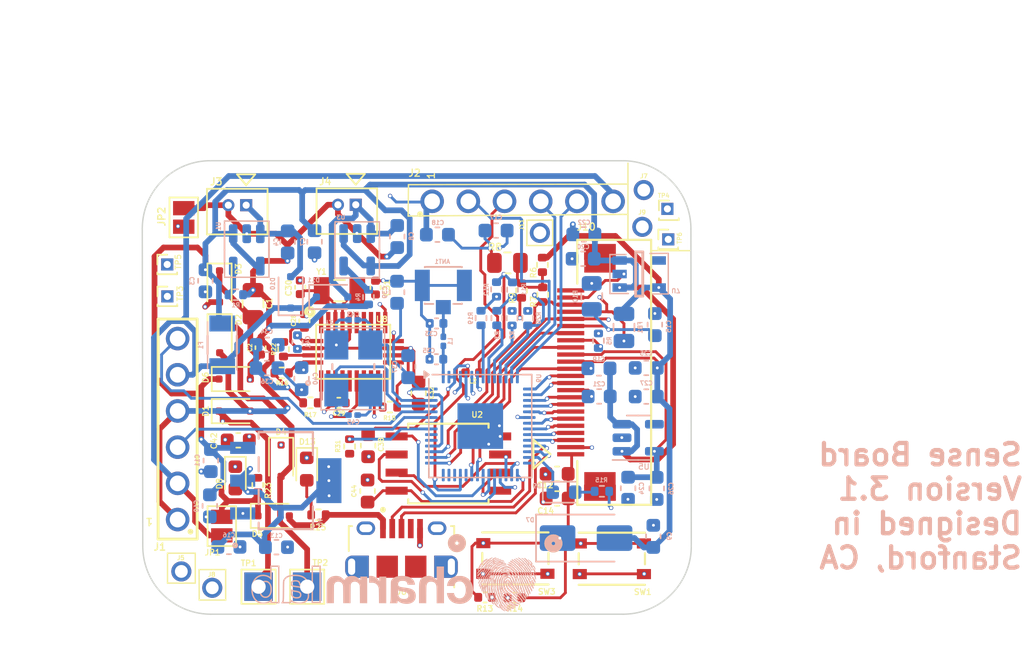
<source format=kicad_pcb>
(kicad_pcb (version 20241229) (generator "pcbnew") (generator_version "9.0")
  (layers (0 "F.Cu" signal) (4 "In1.Cu" power) (6 "In2.Cu" signal) (8 "In3.Cu" signal) (10 "In4.Cu" power) (2 "B.Cu" signal) (13 "F.Paste" user) (15 "B.Paste" user) (5 "F.SilkS" user "F.Silkscreen") (7 "B.SilkS" user "B.Silkscreen") (1 "F.Mask" user) (3 "B.Mask" user) (25 "Edge.Cuts" user))
  (net 0 "")
  (net 1 "GND")
  (net 2 "Net-(ANT1-PadSIG)")
  (net 3 "VCC")
  (net 4 "+2V8")
  (net 5 "VDC")
  (net 6 "Net-(D7-K)")
  (net 7 "+3.3V")
  (net 8 "CAM_RESET")
  (net 9 "+1V8")
  (net 10 "Net-(U8-CAP)")
  (net 11 "Net-(U8-XIN32)")
  (net 12 "Net-(U8-XOUT32)")
  (net 13 "Net-(U9-LNA_IN)")
  (net 14 "Net-(C38-Pad1)")
  (net 15 "Net-(U9-XTAL_P)")
  (net 16 "Net-(U9-XTAL_N)")
  (net 17 "Net-(D1-K)")
  (net 18 "Net-(D2-K)")
  (net 19 "+5V")
  (net 20 "IO21{slash}USER_LED")
  (net 21 "Net-(D9-A)")
  (net 22 "Net-(FB1-Pad2)")
  (net 23 "USB_DP")
  (net 24 "USB_DN")
  (net 25 "MTDO{slash}IO40{slash}CAM_SDA")
  (net 26 "MTCK{slash}IO39{slash}CAM_SCL")
  (net 27 "IO38{slash}DVP_VSYNC")
  (net 28 "IO47{slash}DVP_HREF")
  (net 29 "IO48{slash}DVP_Y9")
  (net 30 "IO10{slash}XMCLK")
  (net 31 "IO11{slash}DVP_Y8")
  (net 32 "IO12{slash}DVP_Y7")
  (net 33 "IO13{slash}DVP_PCLK")
  (net 34 "IO14{slash}DVP_Y6")
  (net 35 "IO15{slash}DVP_Y2")
  (net 36 "IO16{slash}DVP_Y5")
  (net 37 "IO17{slash}DVP_Y3")
  (net 38 "IO18{slash}DVP_Y4")
  (net 41 "CHIP_EN")
  (net 42 "MTDI{slash}IO41{slash}PDM_DATA")
  (net 43 "MTMS{slash}IO42{slash}PDM_CLK")
  (net 44 "Net-(U1-PROG)")
  (net 45 "Net-(U3-PROG)")
  (net 46 "Net-(R6-Pad1)")
  (net 47 "+BATT1")
  (net 48 "+BATT2")
  (net 49 "Net-(U8-PS1)")
  (net 50 "Net-(U8-PS0)")
  (net 51 "Net-(U8-COM3)")
  (net 52 "BNO_SCL")
  (net 53 "BNO_SDA")
  (net 54 "GPIO37")
  (net 55 "GPIO36")
  (net 56 "BNO_INT")
  (net 57 "GPIO35")
  (net 58 "GPIO34{slash}FSPICSO")
  (net 59 "GPIO33")
  (net 60 "D3{slash}A3")
  (net 61 "D2{slash}A2")
  (net 62 "D1{slash}A1")
  (net 63 "D0{slash}A0")
  (net 64 "Net-(U9-U0TXD)")
  (net 65 "TX_D6")
  (net 66 "GPIO0")
  (net 67 "Net-(D8-A)")
  (net 70 "RX_D7")
  (net 71 "BNO_RST")
  (net 72 "D4{slash}I2C_SDA")
  (net 73 "D5{slash}I2C_SCL")
  (net 74 "D8{slash}A8{slash}SCK")
  (net 75 "D9{slash}A9{slash}MISO")
  (net 76 "D10{slash}A10{slash}MOSI")
  (net 78 "VDD_SPI")
  (net 79 "SPIHD")
  (net 80 "SPIWP")
  (net 81 "SPICS0")
  (net 82 "SPICLK")
  (net 83 "SPIQ")
  (net 84 "SPID")
  (net 85 "Net-(U8-NBOOT_LOAD_PIN)")
  (net 86 "Net-(D13-A)")
  (net 94 "GPIO45")
  (net 95 "GPIO46")
  (net 96 "VAA")
  (net 98 "GNDPWR")
  (net 101 "Net-(J10-Pad17)")
  (footprint "Capacitor_SMD:C_0603_1608Metric" (layer "F.Cu") (at 135.85 90.96 90)
    (property "Reference" "C32")
    (property "Value" "100nF")
  )
  (footprint "61300611121:61300611121" (layer "F.Cu") (at 143.15 77.5)
    (property "Reference" "J2")
    (property "Value" "6130XX11121_61300611121" (hide yes))
    (property "VALUE" "61300611121" (hide yes))
  )
  (footprint "Capacitor_SMD:C_0603_1608Metric" (layer "F.Cu") (at 145.57 96.62 180)
    (property "Reference" "C12")
    (property "Value" "2.2uF")
  )
  (footprint "GD25Q64CSIGR:SOP8_208MIL_GDV" (layer "F.Cu") (at 137.94 95.9 180)
    (property "Reference" "U2")
    (property "Value" "GD25Q64CSIGR")
  )
  (footprint "Capacitor_SMD:C_0402_1005Metric" (layer "F.Cu") (at 140.51 105.29 180)
    (property "Reference" "R13")
    (property "Value" "10k")
  )
  (footprint "Capacitor_SMD:C_0402_1005Metric" (layer "F.Cu") (at 132.827 83.5522 90)
    (property "Reference" "C31")
    (property "Value" "22pF")
  )
  (footprint "87224_1:HDRV1W68P0_1X1_213X213X1036" (layer "F.Cu") (at 121.37 104.62)
    (property "Reference" "J8")
    (property "Value" "87224-1")
  )
  (footprint "Connector_PinHeader_1.00mm:PinHeader_1x01_P1.00mm_Vertical" (layer "F.Cu") (at 118.22 84.17)
    (property "Reference" "TP3")
    (property "Value" "TestPoint")
  )
  (footprint "LED_SMD:LED_0603_1608Metric" (layer "F.Cu") (at 122.99 96.91 -90)
    (property "Reference" "D8")
    (property "Value" "LED")
  )
  (footprint "Connector_PinHeader_1.00mm:PinHeader_1x01_P1.00mm_Vertical" (layer "F.Cu") (at 118.21 81.93)
    (property "Reference" "TP5")
    (property "Value" "TestPoint")
  )
  (footprint "Jumper:SolderJumper-2_P1.3mm_Open_Pad1.0x1.5mm" (layer "F.Cu") (at 119.37 78.63 90)
    (property "Reference" "JP2")
    (property "Value" "SolderJumper_2_Open")
  )
  (footprint "Resistor_SMD:R_0402_1005Metric" (layer "F.Cu") (at 144.54 81.96 90)
    (property "Reference" "R6")
    (property "Value" "0")
  )
  (footprint "524372471:CON_524372471_MOL" (layer "F.Cu") (at 149.575 89.5 90)
    (property "Reference" "J10")
    (property "Value" "524372471")
  )
  (footprint "87224_1:HDRV1W68P0_1X1_213X213X1036" (layer "F.Cu") (at 119.2 103.47)
    (property "Reference" "J5")
    (property "Value" "87224-1")
  )
  (footprint "Diode_SMD:D_SOD-323F" (layer "F.Cu") (at 121.89 87.0225 -90)
    (property "Reference" "D2")
    (property "Value" "PMEG6010CEJ")
  )
  (footprint "Capacitor_SMD:C_0603_1608Metric" (layer "F.Cu") (at 123.195 94.27)
    (property "Reference" "C42")
    (property "Value" "100nF")
  )
  (footprint "Diode_SMD:D_SOD-323F" (layer "F.Cu") (at 121.88 83.4725 -90)
    (property "Reference" "D3")
    (property "Value" "PMEG6010CEJ")
  )
  (footprint "Resistor_SMD:R_0402_1005Metric" (layer "F.Cu") (at 144.56 84.05 -90)
    (property "Reference" "R7")
    (property "Value" "4.7k")
  )
  (footprint "LED_SMD:LED_0603_1608Metric" (layer "F.Cu") (at 128 96.2875 -90)
    (property "Reference" "D13")
    (property "Value" "LED")
  )
  (footprint "Resistor_SMD:R_0402_1005Metric" (layer "F.Cu") (at 128.82 99.5)
    (property "Reference" "R25")
    (property "Value" "1k")
  )
  (footprint "Inductor_SMD:L_0402_1005Metric" (layer "F.Cu") (at 139.625 89.54 180)
    (property "Reference" "L2")
    (property "Value" "2nH")
  )
  (footprint "Capacitor_SMD:C_0402_1005Metric" (layer "F.Cu") (at 127.5438 83.5294 90)
    (property "Reference" "C30")
    (property "Value" "22pF")
  )
  (footprint "Resistor_SMD:R_0805_2012Metric" (layer "F.Cu") (at 142.0825 81.82 180)
    (property "Reference" "R8")
    (property "Value" "0k")
  )
  (footprint "Capacitor_SMD:C_0402_1005Metric" (layer "F.Cu") (at 130.25 91.64 180)
    (property "Reference" "C29")
    (property "Value" "0.1uF")
  )
  (footprint "Capacitor_SMD:C_0603_1608Metric" (layer "F.Cu") (at 145.575 98.35 180)
    (property "Reference" "C14")
    (property "Value" "100nF")
  )
  (footprint "TestPoint:TestPoint_THTPad_2.0x2.0mm_Drill1.0mm" (layer "F.Cu") (at 124.62 104.54)
    (property "Reference" "TP1")
    (property "Value" "COIL1")
  )
  (footprint "Connector_PinHeader_1.00mm:PinHeader_1x01_P1.00mm_Vertical" (layer "F.Cu") (at 153.37 80.17)
    (property "Reference" "TP6")
    (property "Value" "TestPoint")
  )
  (footprint "53047-0210:CON_530470210_MOL" (layer "F.Cu") (at 123.75 77.77)
    (property "Reference" "J3")
    (property "Value" "530470210" (hide yes))
  )
  (footprint "Capacitor_SMD:C_0402_1005Metric" (layer "F.Cu") (at 124.76 87.77 90)
    (property "Reference" "C2")
    (property "Value" "10uF")
  )
  (footprint "Resistor_SMD:R_0402_1005Metric" (layer "F.Cu") (at 126.37 87.88 -90)
    (property "Reference" "R22")
    (property "Value" "0")
  )
  (footprint "Resistor_SMD:R_0402_1005Metric" (layer "F.Cu") (at 131.01 94.7 -90)
    (property "Reference" "R31")
    (property "Value" "499")
  )
  (footprint "87224_1:HDRV1W68P0_1X1_213X213X1036" (layer "F.Cu") (at 151.55 79.29)
    (property "Reference" "J9")
    (property "Value" "87224-1")
  )
  (footprint "Resistor_SMD:R_0402_1005Metric" (layer "F.Cu") (at 143.07 83.76 -90)
    (property "Reference" "R9")
    (property "Value" "4.7k")
  )
  (footprint "53047-0210:CON_530470210_MOL" (layer "F.Cu") (at 131.44 77.74)
    (property "Reference" "J4")
    (property "Value" "530470210")
  )
  (footprint "Capacitor_SMD:C_0402_1005Metric" (layer "F.Cu") (at 142.58 105.32)
    (property "Reference" "R14")
    (property "Value" "10k")
  )
  (footprint "TestPoint:TestPoint_THTPad_2.0x2.0mm_Drill1.0mm" (layer "F.Cu") (at 128.03 104.54)
    (property "Reference" "TP2")
    (property "Value" "COIL2")
  )
  (footprint "Resistor_SMD:R_0402_1005Metric" (layer "F.Cu") (at 133.8348 91.9354 180)
    (property "Reference" "R18")
    (property "Value" "10k")
  )
  (footprint "BNO055:LGA28R50P4X10_380X520X100" (layer "F.Cu") (at 131.26 88.0562)
    (property "Reference" "U8")
    (property "Value" "BNO055")
  )
  (footprint "Capacitor_SMD:C_0603_1608Metric" (layer "F.Cu") (at 132.307306 94.644885 -90)
    (property "Reference" "C38")
    (property "Value" "100nF")
  )
  (footprint "Resistor_SMD:R_0402_1005Metric" (layer "F.Cu") (at 126.24 89.54 180)
    (property "Reference" "R16")
    (property "Value" "10k")
  )
  (footprint "Connector_PinHeader_1.00mm:PinHeader_1x01_P1.00mm_Vertical" (layer "F.Cu") (at 153.41 78.13)
    (property "Reference" "TP4")
    (property "Value" "TestPoint")
  )
  (footprint "Diode_SMD:D_SOD-323F" (layer "F.Cu") (at 122.94 92.22)
    (property "Reference" "D1")
    (property "Value" "PMEG6010CEJ")
  )
  (footprint "Capacitor_SMD:C_0603_1608Metric" (layer "F.Cu") (at 132.27 97.83 90)
    (property "Reference" "C44")
    (property "Value" "100nF")
  )
  (footprint "Resistor_SMD:R_0402_1005Metric" (layer "F.Cu") (at 124.56 97.41 -90)
    (property "Reference" "R23")
    (property "Value" "1k")
  )
  (footprint "Diode_SMD:D_SOD-323F" (layer "F.Cu") (at 125.68 99.57)
    (property "Reference" "D5")
    (property "Value" "PMEG6010CEJ")
  )
  (footprint "Resistor_SMD:R_0402_1005Metric" (layer "F.Cu") (at 128.26 91.64 180)
    (property "Reference" "R17")
    (property "Value" "10k")
  )
  (footprint "Diode_SMD:D_SOD-323F" (layer "F.Cu") (at 122.9425 89.97)
    (property "Reference" "D6")
    (property "Value" "PMEG6010CEJ")
  )
  (footprint "10118194-0001LF:AMPHENOL_10118194-0001LF" (layer "F.Cu") (at 134.65 103.14)
    (property "Reference" "J6")
    (property "Value" "10118194-0001LF")
  )
  (footprint "ABS07-32.768KHZ-7-T:XTAL_ABS07-32.768KHZ-7-T" (layer "F.Cu") (at 130.3 83.77 180)
    (property "Reference" "Y1")
    (property "Value" "ABS07-32.768KHZ-7-T")
  )
  (footprint "Capacitor_SMD:C_0805_2012Metric" (layer "F.Cu") (at 124.23 84.68 90)
    (property "Reference" "C1")
    (property "Value" "6nF")
  )
  (footprint "PTS815:SW4_PTS815 SJM 250 SMTR LFS_CNK" (layer "F.Cu") (at 142.64 102.56)
    (property "Reference" "SW3")
    (property "Value" "PTS815 SJM 250 SMTR LFS")
  )
  (footprint "Jumper:SolderJumper-2_P1.3mm_Open_Pad1.0x1.5mm" (layer "F.Cu") (at 122.04 100.29 90)
    (property "Reference" "JP1")
    (property "Value" "SolderJumper_2_Open")
  )
  (footprint "Diode_SMD:D_SOD-323F" (layer "F.Cu") (at 126.2 95.7 -90)
    (property "Reference" "D4")
    (property "Value" "PMEG6010CEJ")
  )
  (footprint "87224_1:HDRV1W68P0_1X1_213X213X1036" (layer "F.Cu") (at 151.65 76.71)
    (property "Reference" "J7")
    (property "Value" "87224-1")
  )
  (footprint "PTS815:SW4_PTS815 SJM 250 SMTR LFS_CNK" (layer "F.Cu") (at 149.4108 102.5815)
    (property "Reference" "SW1")
    (property "Value" "PTS815 SJM 250 SMTR LFS")
  )
  (footprint "87224_1:HDRV1W68P0_1X1_213X213X1036" (layer "F.Cu") (at 144.36 79.71)
    (property "Reference" "J11")
    (property "Value" "87224-1")
  )
  (footprint "Capacitor_SMD:C_0402_1005Metric" (layer "F.Cu") (at 127.8404 85.8902 90)
    (property "Reference" "C28")
    (property "Value" "0.1uF")
  )
  (footprint "61300611121:61300611121" (layer "F.Cu") (at 118.94 93.48 90)
    (property "Reference" "J1")
    (property "Value" "6130XX11121_61300611121" (hide yes))
    (property "VALUE" "61300611121" (hide yes))
  )
  (footprint "Capacitor_SMD:C_0603_1608Metric" (layer "B.Cu") (at 122.54 101.75)
    (property "Reference" "C16")
    (property "Value" "1uF")
  )
  (footprint "Capacitor_SMD:C_0603_1608Metric" (layer "B.Cu") (at 151.825 91.2 180)
    (property "Reference" "C27")
    (property "Value" "1uF")
  )
  (footprint "Capacitor_SMD:C_0201_0603Metric" (layer "B.Cu") (at 131.255 85.82 180)
    (property "Reference" "C43")
    (property "Value" "18pF")
  )
  (footprint "Capacitor_SMD:C_0603_1608Metric" (layer "B.Cu") (at 128.55 80.335 -90)
    (property "Reference" "C7")
    (property "Value" "1uF")
  )
  (footprint "Capacitor_SMD:C_0603_1608Metric" (layer "B.Cu") (at 152.32 101.01 90)
    (property "Reference" "C9")
    (property "Value" "2.2uF")
  )
  (footprint "Capacitor_SMD:C_0603_1608Metric" (layer "B.Cu") (at 127.64 89.945 90)
    (property "Reference" "C40")
    (property "Value" "100nF")
  )
  (footprint "U.FL-R-SMT-1:U.FL-R-SMT-1" (layer "B.Cu") (at 137.5856 83.3998 180)
    (property "Reference" "ANT1")
    (property "Value" "U.FL-R-SMT-1")
  )
  (footprint "Capacitor_SMD:C_0603_1608Metric" (layer "B.Cu") (at 134.34 83.88 90)
    (property "Reference" "C39")
    (property "Value" "2.2uF")
  )
  (footprint "NANOSMDC110F-2:FUS_NANO_TYCO_TYC" (layer "B.Cu") (at 122.07 87.57 -90)
    (property "Reference" "F1")
    (property "Value" "NANOSMDC110F-2")
  )
  (footprint "CharmLabLogo:Charm" (layer "B.Cu") (at 134.11 104.39 180)
    (property "Reference" "G***" (hide yes))
    (property "Value" "LOGO" (hide yes))
  )
  (footprint "Capacitor_SMD:C_0603_1608Metric" (layer "B.Cu") (at 150.55 97.635 -90)
    (property "Reference" "C24")
    (property "Value" "10uF")
  )
  (footprint "Capacitor_SMD:C_0603_1608Metric" (layer "B.Cu") (at 147.4 81.53 180)
    (property "Reference" "C20")
    (property "Value" "10uF")
  )
  (footprint "Capacitor_SMD:C_0603_1608Metric" (layer "B.Cu") (at 148.52 91.19 180)
    (property "Reference" "C21")
    (property "Value" "1uF")
  )
  (footprint "Capacitor_SMD:C_0805_2012Metric" (layer "B.Cu") (at 150.26 86.35 -90)
    (property "Reference" "FB1")
    (property "Value" "120R-3A")
  )
  (footprint "Capacitor_SMD:C_0603_1608Metric" (layer "B.Cu") (at 135.11 89.1 90)
    (property "Reference" "C37")
    (property "Value" "100nF")
  )
  (footprint "Package_TO_SOT_SMD:SOT-23-5" (layer "B.Cu") (at 131.54 80.9 -90)
    (property "Reference" "U3")
    (property "Value" "MCP73812T-420I-OT")
  )
  (footprint "Capacitor_SMD:C_0603_1608Metric" (layer "B.Cu") (at 121.27 95.69 -90)
    (property "Reference" "C11")
    (property "Value" "1uF")
  )
  (footprint "Capacitor_SMD:C_0603_1608Metric" (layer "B.Cu") (at 134.35 79.97 -90)
    (property "Reference" "C8")
    (property "Value" "1uF")
  )
  (footprint "Capacitor_SMD:C_0201_0603Metric" (layer "B.Cu") (at 131.25 92.5)
    (property "Reference" "C45")
    (property "Value" "18pF")
  )
  (footprint "Resistor_SMD:R_0402_1005Metric" (layer "B.Cu") (at 141.34 85.69 90)
    (property "Reference" "R3")
    (property "Value" "0")
  )
  (footprint "TLV75528PDBVR:DBV0005A_N" (layer "B.Cu") (at 151.33 82.6)
    (property "Reference" "U7")
    (property "Value" "TLV75528PDBVR")
  )
  (footprint "Diode_SMD:D_SMA" (layer "B.Cu") (at 147.6 101.13)
    (property "Reference" "D7")
    (property "Value" "B140-E3")
  )
  (footprint "Resistor_SMD:R_0402_1005Metric" (layer "B.Cu") (at 143.51 85.7 90)
    (property "Reference" "R20")
    (property "Value" "0")
  )
  (footprint "LED_SMD:LED_0603_1608Metric" (layer "B.Cu") (at 146.0525 97.91)
    (property "Reference" "D9")
    (property "Value" "LED")
  )
  (footprint "AZ1117CH_3_3TRG1:SOT-223_DIO" (layer "B.Cu") (at 126.53 97.1 90)
    (property "Reference" "U4")
    (property "Value" "AZ1117CH-3.3TRG1")
  )
  (footprint "Capacitor_SMD:C_0603_1608Metric" (layer "B.Cu") (at 126.66 80.35 -90)
    (property "Reference" "C4")
    (property "Value" "1uF")
  )
  (footprint "Capacitor_SMD:C_0603_1608Metric" (layer "B.Cu") (at 152.56 97.645 -90)
    (property "Reference" "C26")
    (property "Value" "1uF")
  )
  (footprint "Diode_SMD:D_SOD-323F" (layer "B.Cu") (at 129.7825 84.21)
    (property "Reference" "D11")
    (property "Value" "PMEG6010CEJ")
  )
  (footprint "Resistor_SMD:R_0402_1005Metric" (layer "B.Cu") (at 132.33 84.22 -90)
    (property "Reference" "R4")
    (property "Value" "2k")
  )
  (footprint "Resistor_SMD:R_0402_1005Metric" (layer "B.Cu") (at 148.47 87.28 90)
    (property "Reference" "R5")
    (property "Value" "10k")
  )
  (footprint "Capacitor_SMD:C_0603_1608Metric" (layer "B.Cu") (at 151.825 89.19 180)
    (property "Reference" "C25")
    (property "Value" "10uF")
  )
  (footprint "Capacitor_SMD:C_0402_1005Metric" (layer "B.Cu") (at 127.35 87.38 90)
    (property "Reference" "C41")
    (property "Value" "10nF")
  )
  (footprint "Capacitor_SMD:C_0603_1608Metric" (layer "B.Cu") (at 125.205 89.2 180)
    (property "Reference" "C36")
    (property "Value" "2.2uF")
  )
  (footprint "Capacitor_SMD:C_0603_1608Metric" (layer "B.Cu") (at 137.17 79.84 180)
    (property "Reference" "C18")
    (property "Value" "4.7uF")
  )
  (footprint "Resistor_SMD:R_0805_2012Metric" (layer "B.Cu") (at 148 84.17 -90)
    (property "Reference" "R10")
    (property "Value" "10k")
  )
  (footprint "Capacitor_SMD:C_0603_1608Metric" (layer "B.Cu") (at 147.445 79.82 180)
    (property "Reference" "C22")
    (property "Value" "1uF")
  )
  (footprint "Diode_SMD:D_SOD-323F" (layer "B.Cu") (at 126.87 83.8875 90)
    (property "Reference" "D10")
    (property "Value" "PMEG6010CEJ")
  )
  (footprint "Inductor_SMD:L_0201_0603Metric" (layer "B.Cu") (at 137.5856 87.3248 90)
    (property "Reference" "L1")
    (property "Value" "2nH")
  )
  (footprint "Resistor_SMD:R_0402_1005Metric" (layer "B.Cu") (at 148.7125 97.85)
    (property "Reference" "R15")
    (property "Value" "1k")
  )
  (footprint "ABM8G_40_000MHZ_18_D2Y_T:CRYSTAL_ABM8G_ABR" (layer "B.Cu") (at 131.269 89.1)
    (property "Reference" "Y2")
    (property "Value" "ABM8G-40.000MHZ-18-D2Y-T")
  )
  (footprint "Resistor_SMD:R_0402_1005Metric" (layer "B.Cu") (at 142.41 85.7 90)
    (property "Reference" "R2")
    (property "Value" "0")
  )
  (footprint "Capacitor_SMD:C_0402_1005Metric" (layer "B.Cu") (at 137.1 88.58 180)
    (property "Reference" "C35")
    (property "Value" "1.6pF")
  )
  (footprint "Package_TO_SOT_SMD:SOT-23-5" (layer "B.Cu") (at 151.26 94.09)
    (property "Reference" "U5")
    (property "Value" "MIC5504-1.8YM5")
  )
  (footprint "Capacitor_SMD:C_0603_1608Metric" (layer "B.Cu") (at 121.2 98.87 -90)
    (property "Reference" "C10")
    (property "Value" "10uF")
  )
  (footprint "Resistor_SMD:R_0402_1005Metric" (layer "B.Cu") (at 123.02 84.05)
    (property "Reference" "R1")
    (property "Value" "2k")
  )
  (footprint "Capacitor_SMD:C_0603_1608Metric" (layer "B.Cu") (at 120.89 83.075 -90)
    (property "Reference" "C3")
    (property "Value" "1uF")
  )
  (footprint "Capacitor_SMD:C_0603_1608Metric" (layer "B.Cu") (at 148.505 89.22 180)
    (property "Reference" "C19")
    (property "Value" "10uF")
  )
  (footprint "Capacitor_SMD:C_0603_1608Metric" (layer "B.Cu") (at 141.285 79.55)
    (property "Reference" "C17")
    (property "Value" "100nF")
  )
  (footprint "Resistor_SMD:R_0402_1005Metric" (layer "B.Cu") (at 140.23 85.69 90)
    (property "Reference" "R19")
    (property "Value" "0")
  )
  (footprint "Capacitor_SMD:C_0603_1608Metric" (layer "B.Cu") (at 125.875 101.77)
    (property "Reference" "C13")
    (property "Value" "10uF")
  )
  (footprint "Package_TO_SOT_SMD:SOT-23-5" (layer "B.Cu") (at 123.79 80.91 -90)
    (property "Reference" "U1")
    (property "Value" "MCP73812T-420I-OT")
  )
  (footprint "Capacitor_SMD:C_0402_1005Metric" (layer "B.Cu") (at 137.11 86.0648 180)
    (property "Reference" "C33")
    (property "Value" "1.6pF")
  )
  (footprint "Resistor_SMD:R_0402_1005Metric" (layer "B.Cu") (at 141.32 83.68 -90)
    (property "Reference" "R12")
    (property "Value" "10k")
  )
  (footprint "Capacitor_SMD:C_0603_1608Metric" (layer "B.Cu") (at 125.22 87.57 180)
    (property "Reference" "C34")
    (property "Value" "2.2uF")
  )
  (footprint "Resistor_SMD:R_0402_1005Metric" (layer "B.Cu") (at 142.44 83.7 -90)
    (property "Reference" "R11")
    (property "Value" "10k")
  )
  (footprint "Capacitor_SMD:C_0603_1608Metric" (layer "B.Cu") (at 152.43 86.15 90)
    (property "Reference" "C15")
    (property "Value" "100nF")
  )
  (footprint "Package_DFN_QFN:QFN-56-1EP_7x7mm_P0.4mm_EP3.2x3.2mm" (layer "B.Cu") (at 140.18 93.27 -90)
    (property "Reference" "U9")
    (property "Value" "ESP32-S3")
  )
  (gr_line (start 136.035 78.5225) (end 150.18 78.4175) (stroke (width 0.1)) (layer "F.SilkS"))
  (gr_line (start 136.31 78.5225) (end 135.115 78.53) (stroke (width 0.1)) (layer "F.SilkS"))
  (gr_line (start 152.1658 80.96) (end 154.95 80.96) (stroke (width 0.1)) (layer "F.SilkS"))
  (gr_line (start 118.23 102.19) (end 120.18 102.19) (stroke (width 0.1)) (layer "F.SilkS"))
  (gr_line (start 150.54 76.29) (end 150.54 74.82) (stroke (width 0.1)) (layer "F.SilkS"))
  (gr_line (start 143.45 78.82) (end 143.45 80.45) (stroke (width 0.1)) (layer "F.SilkS"))
  (gr_line (start 143.45 80.6) (end 145.26 80.6) (stroke (width 0.1)) (layer "F.SilkS"))
  (gr_line (start 150.54 78.42) (end 150.54 76.29) (stroke (width 0.1)) (layer "F.SilkS"))
  (gr_line (start 122.31 105.48) (end 122.31 103.34) (stroke (width 0.1)) (layer "F.SilkS"))
  (gr_line (start 120.45482 105.48) (end 122.31 105.48) (stroke (width 0.1)) (layer "F.SilkS"))
  (gr_line (start 149.93 76.29) (end 135.14 76.33) (stroke (width 0.1)) (layer "F.SilkS"))
  (gr_line (start 120.44518 103.34) (end 120.45482 105.48) (stroke (width 0.1)) (layer "F.SilkS"))
  (gr_line (start 150.54 76.29) (end 149.93 76.29) (stroke (width 0.1)) (layer "F.SilkS"))
  (gr_line (start 143.45 78.82) (end 145.26 78.81) (stroke (width 0.1)) (layer "F.SilkS"))
  (gr_line (start 120.18 102.19) (end 120.18 104.29) (stroke (width 0.1)) (layer "F.SilkS"))
  (gr_line (start 150.18 78.4175) (end 150.54 78.42) (stroke (width 0.1)) (layer "F.SilkS"))
  (gr_line (start 145.26 80.6) (end 145.26 78.84) (stroke (width 0.1)) (layer "F.SilkS"))
  (gr_line (start 150.54 78.42) (end 150.54 80.22) (stroke (width 0.1)) (layer "F.SilkS"))
  (gr_line (start 143.45 80.45) (end 143.45 80.6) (stroke (width 0.1)) (layer "F.SilkS"))
  (gr_line (start 118.23 102.19) (end 118.23 104.29) (stroke (width 0.1)) (layer "F.SilkS"))
  (gr_line (start 122.31 103.34) (end 120.44518 103.34) (stroke (width 0.1)) (layer "F.SilkS"))
  (gr_line (start 135.115 78.53) (end 135.14 76.33) (stroke (width 0.1)) (layer "F.SilkS"))
  (gr_line (start 120.18 104.29) (end 118.23 104.29) (stroke (width 0.1)) (layer "F.SilkS"))
  (gr_line (start 123.0987 86.93775) (end 123.0987 86.02) (stroke (width 0.1)) (layer "B.SilkS"))
  (gr_line (start 133.1 78.94) (end 133.1 81.7) (stroke (width 0.1)) (layer "B.SilkS"))
  (gr_line (start 136.57 90.31) (end 136.57 96.23) (stroke (width 0.1)) (layer "B.SilkS"))
  (gr_line (start 133.47 86.38) (end 133.47 92.12) (stroke (width 0.1)) (layer "B.SilkS"))
  (gr_line (start 125.35 78.89) (end 125.35 82.83) (stroke (width 0.1)) (layer "B.SilkS"))
  (gr_line (start 143.79 90.31) (end 143.79 96.23) (stroke (width 0.1)) (layer "B.SilkS"))
  (gr_line (start 149.42 81.235358) (end 150.399008 81.233765) (stroke (width 0.1)) (layer "B.SilkS"))
  (gr_line (start 149.275356 83.97) (end 150.57 83.97) (stroke (width 0.1)) (layer "B.SilkS"))
  (gr_line (start 153.35852 81.148317) (end 152.08609 81.159054) (stroke (width 0.1)) (layer "B.SilkS"))
  (gr_line (start 133.47 92.12) (end 129.01 92.12) (stroke (width 0.1)) (layer "B.SilkS"))
  (gr_line (start 121.0413 88.20225) (end 121.0413 89.23) (stroke (width 0.1)) (layer "B.SilkS"))
  (gr_line (start 123.0987 88.20225) (end 123.0987 89.34) (stroke (width 0.1)) (layer "B.SilkS"))
  (gr_line (start 133.1 81.7) (end 133.1 82.88) (stroke (width 0.1)) (layer "B.SilkS"))
  (gr_line (start 137.22 96.88) (end 143.465 96.88) (stroke (width 0.1)) (layer "B.SilkS"))
  (gr_line (start 129.01 86.39) (end 133.47 86.38) (stroke (width 0.1)) (layer "B.SilkS"))
  (gr_line (start 125.35 82.83) (end 122.27 82.83) (stroke (width 0.1)) (layer "B.SilkS"))
  (gr_line (start 121.0413 86.93775) (end 121.0413 85.95) (stroke (width 0.1)) (layer "B.SilkS"))
  (gr_line (start 122.23 79.11) (end 122.23 78.88) (stroke (width 0.1)) (layer "B.SilkS"))
  (gr_line (start 133.1 82.88) (end 129.98 82.88) (stroke (width 0.1)) (layer "B.SilkS"))
  (gr_line (start 129.98 79.1) (end 129.99 78.94) (stroke (width 0.1)) (layer "B.SilkS"))
  (gr_line (start 137.22 89.66) (end 143.14 89.66) (stroke (width 0.1)) (layer "B.SilkS"))
  (gr_line (start 129.99 78.94) (end 133.1 78.94) (stroke (width 0.1)) (layer "B.SilkS"))
  (gr_line (start 149.42 81.235358) (end 149.275356 81.235593) (stroke (width 0.1)) (layer "B.SilkS"))
  (gr_line (start 122.23 81.71) (end 122.23 82.83) (stroke (width 0.1)) (layer "B.SilkS"))
  (gr_line (start 129.98 82.88) (end 129.98 81.63) (stroke (width 0.1)) (layer "B.SilkS"))
  (gr_line (start 149.275356 81.235593) (end 149.275356 83.97) (stroke (width 0.1)) (layer "B.SilkS"))
  (gr_line (start 153.37 84) (end 153.37 81.148317) (stroke (width 0.1)) (layer "B.SilkS"))
  (gr_line (start 152.26 84) (end 153.37 84) (stroke (width 0.1)) (layer "B.SilkS"))
  (gr_line (start 129.01 86.39) (end 129.01 92.16) (stroke (width 0.1)) (layer "B.SilkS"))
  (gr_line (start 122.23 78.88) (end 125.35 78.89) (stroke (width 0.1)) (layer "B.SilkS"))
  (gr_line (start 116.461376 79.4252) (end 116.4948 101.6948) (stroke (width 0.1)) (layer "Edge.Cuts"))
  (gr_arc (start 150.183424 74.651376) (mid 153.559993 76.050007) (end 154.958624 79.426576) (stroke (width 0.1)) (layer "Edge.Cuts"))
  (gr_line (start 154.958624 79.426576) (end 154.9852 101.6948) (stroke (width 0.1)) (layer "Edge.Cuts"))
  (gr_line (start 121.236576 74.65) (end 150.183424 74.651376) (stroke (width 0.1)) (layer "Edge.Cuts"))
  (gr_arc (start 154.9852 101.6948) (mid 153.586576 105.071376) (end 150.21 106.47) (stroke (width 0.1)) (layer "Edge.Cuts"))
  (gr_line (start 121.27 106.47) (end 150.21 106.47) (stroke (width 0.1)) (layer "Edge.Cuts"))
  (gr_arc (start 116.461376 79.4252) (mid 117.86 76.048624) (end 121.236576 74.65) (stroke (width 0.1)) (layer "Edge.Cuts"))
  (gr_arc (start 121.27 106.47) (mid 117.893424 105.071376) (end 116.4948 101.6948) (stroke (width 0.1)) (layer "Edge.Cuts"))
  (gr_text "1" (at 136.73 75.7 90) (layer "F.SilkS") (effects (font (size 0.5 0.5) (thickness 0.09) (bold yes))))
  (gr_text "Sense Board\nVersion 3.1\nDesigned in \nStanford, CA" (at 178.35 103.4 0) (layer "B.SilkS") (effects (font (size 1.5 1.5) (thickness 0.3) (bold yes)) (justify left bottom mirror)))
  (segment (start 130.8062 87.8062) (end 130.58 87.58) (width 0.2) (layer "F.Cu") (net 1))
  (segment (start 151.663501 103.656499) (end 151.68 103.64) (width 0.2) (layer "F.Cu") (net 1))
  (segment (start 146.525 84.24999) (end 147.75001 84.24999) (width 0.2) (layer "F.Cu") (net 1))
  (segment (start 135.52 89.855) (end 135.52 88.03) (width 0.2) (layer "F.Cu") (net 1))
  (segment (start 148.950999 83.049001) (end 149.807999 83.049001) (width 0.2) (layer "F.Cu") (net 1))
  (segment (start 127.843564 85.4102) (end 127.989606 85.556242) (width 0.2) (layer "F.Cu") (net 1))
  (segment (start 127.5306 83.0494) (end 127.53 83.05) (width 0.2) (layer "F.Cu") (net 1))
  (segment (start 147.153501 103.656499) (end 147.15 103.66) (width 0.2) (layer "F.Cu") (net 1))
  (segment (start 147.160799 103.656499) (end 147.153501 103.656499) (width 0.2) (layer "F.Cu") (net 1))
  (segment (start 127.75 91.64) (end 127.74 91.64) (width 0.2) (layer "F.Cu") (net 1))
  (segment (start 132.317191 95.41) (end 132.36 95.41) (width 0.2) (layer "F.Cu") (net 1))
  (segment (start 129.77 91.64) (end 129.77 91.73) (width 0.2) (layer "F.Cu") (net 1))
  (segment (start 133.3248 91.9354) (end 133.3248 91.9448) (width 0.2) (layer "F.Cu") (net 1))
  (segment (start 135.85 90.185) (end 135.52 89.855) (width 0.2) (layer "F.Cu") (net 1))
  (segment (start 131.01 87.17) (end 130.6 87.58) (width 0.2) (layer "F.Cu") (net 1))
  (segment (start 144.8 98.35) (end 144.8 98.4) (width 0.2) (layer "F.Cu") (net 1))
  (segment (start 140.389999 103.634999) (end 144.890001 103.634999) (width 0.2) (layer "F.Cu") (net 1))
  (segment (start 133.3578 83.0722) (end 133.37 83.06) (width 0.2) (layer "F.Cu") (net 1))
  (segment (start 130.6 87.58) (end 130.078 87.58) (width 0.2) (layer "F.Cu") (net 1))
  (segment (start 148.01 94.78) (end 146.55501 94.78) (width 0.2) (layer "F.Cu") (net 1))
  (segment (start 128.432 87.3062) (end 127.738937 87.3062) (width 0.2) (layer "F.Cu") (net 1))
  (segment (start 125.73 89.63) (end 125.73 89.54) (width 0.2) (layer "F.Cu") (net 1))
  (segment (start 127.738937 87.3062) (end 127.342038 86.909301) (width 0.2) (layer "F.Cu") (net 1))
  (segment (start 147.99 91.19) (end 147.99 90.986) (width 0.2) (layer "F.Cu") (net 1))
  (segment (start 146.55501 94.78) (end 146.525 94.74999) (width 0.2) (layer "F.Cu") (net 1))
  (segment (start 131.01 86.0092) (end 131.01 87.17) (width 0.2) (layer "F.Cu") (net 1))
  (segment (start 118.995 79.28) (end 118.965 79.25) (width 0.4) (layer "F.Cu") (net 1))
  (segment (start 147.75399 90.74999) (end 146.525 90.74999) (width 0.2) (layer "F.Cu") (net 1))
  (segment (start 135.2962 87.8062) (end 134.088 87.8062) (width 0.2) (layer "F.Cu") (net 1))
  (segment (start 144.890001 103.634999) (end 144.904999 103.634999) (width 0.2) (layer "F.Cu") (net 1))
  (segment (start 127.5438 83.0494) (end 127.5306 83.0494) (width 0.2) (layer "F.Cu") (net 1))
  (segment (start 132.307306 95.419885) (end 132.317191 95.41) (width 0.2) (layer "F.Cu") (net 1))
  (segment (start 123.97 94.27) (end 123.97 93.999598) (width 0.4) (layer "F.Cu") (net 1))
  (segment (start 149.807999 83.049001) (end 150.257 82.6) (width 0.2) (layer "F.Cu") (net 1))
  (segment (start 140.375001 103.634999) (end 140.37 103.64) (width 0.2) (layer "F.Cu") (net 1))
  (segment (start 132.827 83.0722) (end 133.3578 83.0722) (width 0.2) (layer "F.Cu") (net 1))
  (segment (start 144.8 98.4) (end 144.6 98.6) (width 0.2) (layer "F.Cu") (net 1))
  (segment (start 127.74 91.64) (end 127.73 91.63) (width 0.2) (layer "F.Cu") (net 1))
  (segment (start 147.97 94.82) (end 148.01 94.78) (width 0.2) (layer "F.Cu") (net 1))
  (segment (start 135.95 101.64) (end 135.94 101.65) (width 0.4) (layer "F.Cu") (net 1))
  (segment (start 135.52 88.03) (end 135.2962 87.8062) (width 0.2) (layer "F.Cu") (net 1))
  (segment (start 147.17 103.64) (end 147.15 103.66) (width 0.2) (layer "F.Cu") (net 1))
  (segment (start 151.68 103.64) (end 147.17 103.64) (width 0.2) (layer "F.Cu") (net 1))
  (segment (start 122.99 96.1225) (end 122.9825 96.1225) (width 0.4) (layer "F.Cu") (net 1))
  (segment (start 144.904999 103.634999) (end 144.91 103.64) (width 0.2) (layer "F.Cu") (net 1))
  (segment (start 126.65 90.55) (end 125.73 89.63) (width 0.2) (layer "F.Cu") (net 1))
  (segment (start 126.65 90.55) (end 127.73 91.63) (width 0.2) (layer "F.Cu") (net 1))
  (segment (start 127.8404 85.4102) (end 127.843564 85.4102) (width 0.2) (layer "F.Cu") (net 1))
  (segment (start 129.77 91.73) (end 129.22 92.28) (width 0.2) (layer "F.Cu") (net 1))
  (segment (start 132.27 97.055) (end 132.27 97.05) (width 0.4) (layer "F.Cu") (net 1))
  (segment (start 135.95 100.465) (end 135.95 101.64) (width 0.4) (layer "F.Cu") (net 1))
  (segment (start 147.75001 84.24999) (end 148.950999 83.049001) (width 0.2) (layer "F.Cu") (net 1))
  (segment (start 134.088 87.8062) (end 130.8062 87.8062) (width 0.2) (layer "F.Cu") (net 1))
  (segment (start 133.3248 91.9448) (end 133.33 91.95) (width 0.2) (layer "F.Cu") (net 1))
  (segment (start 130.58 87.58) (end 130.078 87.58) (width 0.2) (layer "F.Cu") (net 1))
  (segment (start 147.99 90.986) (end 147.75399 90.74999) (width 0.2) (layer "F.Cu") (net 1))
  (segment (start 144.756624 96.658376) (end 144.795 96.62) (width 0.2) (layer "F.Cu") (net 1))
  (segment (start 122.9825 96.1225) (end 122.98 96.12) (width 0.4) (layer "F.Cu") (net 1))
  (segment (start 140.389999 103.634999) (end 140.375001 103.634999) (width 0.2) (layer "F.Cu") (net 1))
  (segment (start 119.37 79.28) (end 118.995 79.28) (width 0.4) (layer "F.Cu") (net 1))
  (segment (start 151.660801 103.656499) (end 151.663501 103.656499) (width 0.2) (layer "F.Cu") (net 1))
  (via (at 150.257 82.6) (size 0.3) (drill 0.2) (layers "F.Cu" "B.Cu") (net 1))
  (via (at 128 95.5) (size 0.35) (drill 0.2) (layers "F.Cu" "B.Cu") (net 1))
  (via (at 146.62 81.53) (size 0.3) (drill 0.2) (layers "F.Cu" "B.Cu") (net 1))
  (via (at 141.5722 93.995) (size 0.3) (drill 0.2) (layers "F.Cu" "B.Cu") (net 1))
  (via (at 152.56 98.42) (size 0.3) (drill 0.2) (layers "F.Cu" "B.Cu") (net 1))
  (via (at 151.68 103.64) (size 0.3) (drill 0.2) (layers "F.Cu" "B.Cu") (net 1))
  (via (at 136.63 88.56) (size 0.3) (drill 0.2) (layers "F.Cu" "B.Cu") (net 1))
  (via (at 136.63 86.07) (size 0.3) (drill 0.2) (layers "F.Cu" "B.Cu") (net 1))
  (via (at 127.53 83.05) (size 0.3) (drill 0.2) (layers "F.Cu" "B.Cu") (net 1))
  (via (at 147.99 91.19) (size 0.3) (drill 0.2) (layers "F.Cu" "B.Cu") (net 1))
  (via (at 126.65 90.55) (size 0.3) (drill 0.2) (layers "F.Cu" "B.Cu") (net 1))
  (via (at 141.52 93.25) (size 0.3) (drill 0.2) (layers "F.Cu" "B.Cu") (net 1))
  (via (at 151.05 89.19) (size 0.3) (drill 0.2) (layers "F.Cu" "B.Cu") (net 1))
  (via (at 130.078 87.58) (size 0.3) (drill 0.2) (layers "F.Cu" "B.Cu") (net 1))
  (via (at 135.94 101.65) (size 0.3) (drill 0.2) (layers "F.Cu" "B.Cu") (net 1))
  (via (at 133.33 91.95) (size 0.3) (drill 0.2) (layers "F.Cu" "B.Cu") (net 1))
  (via (at 148.01 94.78) (size 0.3) (drill 0.2) (layers "F.Cu" "B.Cu") (net 1))
  (via (at 132.27 97.05) (size 0.3) (drill 0.2) (layers "F.Cu" "B.Cu") (net 1))
  (via (at 144.6 98.6) (size 0.3) (drill 0.2) (layers "F.Cu" "B.Cu") (net 1))
  (via (at 120.939998 99.645) (size 0.3) (drill 0.2) (layers "F.Cu" "B.Cu") (net 1))
  (via (at 144.756624 96.658376) (size 0.3) (drill 0.2) (layers "F.Cu" "B.Cu") (net 1))
  (via (at 123.97 93.999598) (size 0.3) (drill 0.2) (layers "F.Cu" "B.Cu") (net 1))
  (via (at 152.33 100.23) (size 0.3) (drill 0.2) (layers "F.Cu" "B.Cu") (net 1))
  (via (at 133.37 83.06) (size 0.3) (drill 0.2) (layers "F.Cu" "B.Cu") (net 1))
  (via (at 147.949002 89.22) (size 0.3) (drill 0.2) (layers "F.Cu" "B.Cu") (net 1))
  (via (at 133.85 77.12) (size 0.3) (drill 0.2) (layers "F.Cu" "B.Cu") (net 1))
  (via (at 127.342038 86.909301) (size 0.3) (drill 0.2) (layers "F.Cu" "B.Cu") (net 1))
  (via (at 120.88 83.85) (size 0.3) (drill 0.2) (layers "F.Cu" "B.Cu") (net 1))
  (via (at 126.66 101.76) (size 0.3) (drill 0.2) (layers "F.Cu" "B.Cu") (net 1))
  (via (at 123.52 99.4) (size 0.3) (drill 0.2) (layers "F.Cu" "B.Cu") (net 1))
  (via (at 150.54 98.41) (size 0.3) (drill 0.2) (layers "F.Cu" "B.Cu") (net 1))
  (via (at 135.2962 87.8062) (size 0.3) (drill 0.2) (layers "F.Cu" "B.Cu") (net 1))
  (via (at 148.48 86.77) (size 0.3) (drill 0.2) (layers "F.Cu" "B.Cu") (net 1))
  (via (at 132.36 95.41) (size 0.3) (drill 0.2) (layers "F.Cu" "B.Cu") (net 1))
  (via (at 120.59 96.45) (size 0.3) (drill 0.2) (layers "F.Cu" "B.Cu") (net 1))
  (via (at 150.11 94.08) (size 0.3) (drill 0.2) (layers "F.Cu" "B.Cu") (net 1))
  (via (at 141.56 80.76) (size 0.3) (drill 0.2) (layers "F.Cu" "B.Cu") (net 1))
  (via (at 151.05 91.2) (size 0.3) (drill 0.2) (layers "F.Cu" "B.Cu") (net 1))
  (via (at 129.22 92.28) (size 0.3) (drill 0.2) (layers "F.Cu" "B.Cu") (net 1))
  (via (at 122.98 96.12) (size 0.3) (drill 0.2) (layers "F.Cu" "B.Cu") (net 1))
  (via (at 144.91 103.64) (size 0.3) (drill 0.2) (layers "F.Cu" "B.Cu") (net 1))
  (via (at 118.965 79.25) (size 0.3) (drill 0.2) (layers "F.Cu" "B.Cu") (net 1))
  (via (at 128.55 81.6) (size 0.3) (drill 0.2) (layers "F.Cu" "B.Cu") (net 1))
  (via (at 147.15 103.66) (size 0.3) (drill 0.2) (layers "F.Cu" "B.Cu") (net 1))
  (via (at 140.77 94.54) (size 0.3) (drill 0.2) (layers "F.Cu" "B.Cu") (net 1))
  (via (at 127.78 89.331202) (size 0.3) (drill 0.2) (layers "F.Cu" "B.Cu") (net 1))
  (via (at 146.68 79.11) (size 0.3) (drill 0.2) (layers "F.Cu" "B.Cu") (net 1))
  (via (at 140.37 103.64) (size 0.3) (drill 0.2) (layers "F.Cu" "B.Cu") (net 1))
  (via (at 133.37 83.06) (size 0.3) (drill 0.2) (layers "F.Cu" "B.Cu") (net 1))
  (via (at 123.32 101.75) (size 0.3) (drill 0.2) (layers "F.Cu" "B.Cu") (net 1))
  (via (at 152.43 85.37) (size 0.3) (drill 0.2) (layers "F.Cu" "B.Cu") (net 1))
  (via (at 127.989606 85.556242) (size 0.3) (drill 0.2) (layers "F.Cu" "B.Cu") (net 1))
  (segment (start 120.939998 99.645) (end 121.2 99.645) (width 0.4) (layer "B.Cu") (net 1))
  (segment (start 136.1106 83.3998) (end 136.1102 83.3998) (width 0.2) (layer "B.Cu") (net 1))
  (segment (start 135.2962 87.8062) (end 135.11 87.9924) (width 0.2) (layer "B.Cu") (net 1))
  (segment (start 136.1106 83.3998) (end 139.0606 83.3998) (width 0.2) (layer "B.Cu") (net 1))
  (segment (start 146.625 81.53) (end 146.62 81.53) (width 0.4) (layer "B.Cu") (net 1))
  (segment (start 120.89 83.85) (end 120.88 83.85) (width 0.4) (layer "B.Cu") (net 1))
  (segment (start 146.67 79.12) (end 146.68 79.11) (width 0.4) (layer "B.Cu") (net 1))
  (segment (start 130.935 85.82) (end 130.29 85.82) (width 0.2) (layer "B.Cu") (net 1))
  (segment (start 148.47 86.77) (end 148.48 86.77) (width 0.2) (layer "B.Cu") (net 1))
  (segment (start 134.34 83.105) (end 135.8158 83.105) (width 0.2) (layer "B.Cu") (net 1))
  (segment (start 136.62 88.57) (end 136.63 88.56) (width 0.2) (layer "B.Cu") (net 1))
  (segment (start 133.415 83.105) (end 134.34 83.105) (width 0.2) (layer "B.Cu") (net 1))
  (segment (start 140.18 93.95) (end 140.77 94.54) (width 0.4) (layer "B.Cu") (net 1))
  (segment (start 141.5 93.27) (end 141.52 93.25) (width 0.4) (layer "B.Cu") (net 1))
  (segment (start 136.62 88.58) (end 136.62 88.57) (width 0.2) (layer "B.Cu") (net 1))
  (segment (start 135.11 87.9924) (end 135.11 88.325) (width 0.2) (layer "B.Cu") (net 1))
  (segment (start 139.0606 83.3998) (end 139.0602 83.3998) (width 0.2) (layer "B.Cu") (net 1))
  (segment (start 123.505 99.4) (end 123.52 99.4) (width 0.4) (layer "B.Cu") (net 1))
  (segment (start 132.46 92.19) (end 132.46 90.747) (width 0.2) (layer "B.Cu") (net 1))
  (segment (start 141.65 80.67) (end 141.815938 80.67) (width 0.2) (layer "B.Cu") (net 1))
  (segment (start 140.8472 93.27) (end 141.5722 93.995) (width 0.4) (layer "B.Cu") (net 1))
  (segment (start 126.65 101.77) (end 126.66 101.76) (width 0.4) (layer "B.Cu") (net 1))
  (segment (start 141.56 80.76) (end 141.65 80.67) (width 0.2) (layer "B.Cu") (net 1))
  (segment (start 152.325 100.235) (end 152.33 100.23) (width 0.4) (layer "B.Cu") (net 1))
  (segment (start 136.63 86.0648) (end 136.63 86.07) (width 0.2) (layer "B.Cu") (net 1))
  (segment (start 128.55 81.6) (end 128.55 81.11) (width 0.4) (layer "B.Cu") (net 1))
  (segment (start 150.12 94.09) (end 150.11 94.08) (width 0.4) (layer "B.Cu") (net 1))
  (segment (start 141.815938 80.67) (end 142.06 80.425938) (width 0.2) (layer "B.Cu") (net 1))
  (segment (start 147.949002 89.22) (end 147.73 89.22) (width 0.4) (layer "B.Cu") (net 1))
  (segment (start 120.605 96.465) (end 121.27 96.465) (width 0.4) (layer "B.Cu") (net 1))
  (segment (start 130.078 86.032) (end 130.078 87.58) (width 0.2) (layer "B.Cu") (net 1))
  (segment (start 136.05 83.4604) (end 136.1106 83.3998) (width 0.2) (layer "B.Cu") (net 1))
  (segment (start 136.63 86.07) (end 136.63 88.56) (width 0.2) (layer "B.Cu") (net 1))
  (segment (start 133.37 83.06) (end 133.415 83.105) (width 0.2) (layer "B.Cu") (net 1))
  (segment (start 132.15 92.5) (end 132.46 92.19) (width 0.2) (layer "B.Cu") (net 1))
  (segment (start 136.1102 83.3998) (end 136.11 83.4) (width 0.2) (layer "B.Cu") (net 1))
  (segment (start 140.18 93.27) (end 141.5 93.27) (width 0.4) (layer "B.Cu") (net 1))
  (segment (start 147.745 91.19) (end 147.99 91.19) (width 0.4) (layer "B.Cu") (net 1))
  (segment (start 130.29 85.82) (end 130.078 86.032) (width 0.2) (layer "B.Cu") (net 1))
  (segment (start 150.55 98.41) (end 150.54 98.41) (width 0.4) (layer "B.Cu") (net 1))
  (segment (start 131.57 92.5) (end 132.15 92.5) (width 0.2) (layer "B.Cu") (net 1))
  (segment (start 152.43 85.375) (end 152.43 85.37) (width 0.2) (layer "B.Cu") (net 1))
  (segment (start 140.18 93.27) (end 140.8472 93.27) (width 0.4) (layer "B.Cu") (net 1))
  (segment (start 136.37 79.815) (end 136.395 79.84) (width 0.2) (layer "B.Cu") (net 1))
  (segment (start 124.445 89.185) (end 124.43 89.2) (width 0.4) (layer "B.Cu") (net 1))
  (segment (start 134.28 77.55) (end 136.71 77.55) (width 0.2) (layer "B.Cu") (net 1))
  (segment (start 127.64 89.17) (end 127.64 89.191202) (width 0.2) (layer "B.Cu") (net 1))
  (segment (start 125.783553 90.553553) (end 126.646447 90.553553) (width 0.4) (layer "B.Cu") (net 1))
  (segment (start 150.1225 94.09) (end 150.12 94.09) (width 0.4) (layer "B.Cu") (net 1))
  (segment (start 142.06 80.425938) (end 142.06 79.55) (width 0.2) (layer "B.Cu") (net 1))
  (segment (start 123.315 101.75) (end 123.32 101.75) (width 0.4) (layer "B.Cu") (net 1))
  (segment (start 124.43 89.2) (end 125.783553 90.553553) (width 0.4) (layer "B.Cu") (net 1))
  (segment (start 139.06 83.4) (end 139.06 82.88) (width 0.2) (layer "B.Cu") (net 1))
  (segment (start 136.395 77.865) (end 136.71 77.55) (width 0.4) (layer "B.Cu") (net 1))
  (segment (start 146.67 79.82) (end 146.67 79.12) (width 0.4) (layer "B.Cu") (net 1))
  (segment (start 152.32 100.235) (end 152.325 100.235) (width 0.4) (layer "B.Cu") (net 1))
  (segment (start 136.05 85.4848) (end 136.05 83.4604) (width 0.2) (layer "B.Cu") (net 1))
  (segment (start 140.18 93.27) (end 140.18 93.95) (width 0.4) (layer "B.Cu") (net 1))
  (segment (start 120.59 96.45) (end 120.605 96.465) (width 0.4) (layer "B.Cu") (net 1))
  (segment (start 124.445 87.57) (end 124.445 89.185) (width 0.4) (layer "B.Cu") (net 1))
  (segment (start 136.395 79.84) (end 136.395 77.865) (width 0.4) (layer "B.Cu") (net 1))
  (segment (start 139.0602 83.3998) (end 139.06 83.4) (width 0.2) (layer "B.Cu") (net 1))
  (segment (start 136.63 86.0648) (end 136.05 85.4848) (width 0.2) (layer "B.Cu") (net 1))
  (segment (start 136.11 83.4) (end 136.11 82.83) (width 0.2) (layer "B.Cu") (net 1))
  (segment (start 127.64 89.191202) (end 127.78 89.331202) (width 0.2) (layer "B.Cu") (net 1))
  (segment (start 149.954999 82.6) (end 150.257 82.6) (width 0.4) (layer "B.Cu") (net 1))
  (segment (start 133.85 77.12) (end 134.28 77.55) (width 0.2) (layer "B.Cu") (net 1))
  (segment (start 135.8158 83.105) (end 136.1106 83.3998) (width 0.2) (layer "B.Cu") (net 1))
  (segment (start 137.5856 86.0604) (end 137.5856 84.9248) (width 0.2) (layer "B.Cu") (net 2))
  (segment (start 137.5856 87.0048) (end 137.5856 86.0692) (width 0.2) (layer "B.Cu") (net 2))
  (segment (start 137.59 86.0648) (end 137.5856 86.0604) (width 0.2) (layer "B.Cu") (net 2))
  (segment (start 137.5856 86.0692) (end 137.59 86.0648) (width 0.2) (layer "B.Cu") (net 2))
  (segment (start 124.0425 89.97) (end 124.05 89.9625) (width 0.4) (layer "F.Cu") (net 3))
  (segment (start 121.88 82.3725) (end 121.88 83.41) (width 0.4) (layer "F.Cu") (net 3))
  (segment (start 124.04 85.82) (end 124.04 87.839999) (width 0.4) (layer "F.Cu") (net 3))
  (segment (start 124.23 85.63) (end 124.04 85.82) (width 0.4) (layer "F.Cu") (net 3))
  (segment (start 124.450001 88.25) (end 124.76 88.25) (width 0.4) (layer "F.Cu") (net 3))
  (segment (start 121.88 83.41) (end 124.1 85.63) (width 0.4) (layer "F.Cu") (net 3))
  (segment (start 126.2 94.6) (end 126.2 94.59) (width 0.4) (layer "F.Cu") (net 3))
  (segment (start 124.05 89.9625) (end 124.05 88.96) (width 0.4) (layer "F.Cu") (net 3))
  (segment (start 124.1 85.63) (end 124.23 85.63) (width 0.4) (layer "F.Cu") (net 3))
  (segment (start 124.04 87.839999) (end 124.450001 88.25) (width 0.4) (layer "F.Cu") (net 3))
  (segment (start 124.05 88.96) (end 124.76 88.25) (width 0.4) (layer "F.Cu") (net 3))
  (via (at 126.2 94.59) (size 0.3) (drill 0.2) (layers "F.Cu" "B.Cu") (net 3))
  (via (at 124.018969 90.023849) (size 0.3) (drill 0.2) (layers "F.Cu" "B.Cu") (net 3))
  (segment (start 152.704999 82.974999) (end 152.704999 83.550001) (width 0.4) (layer "F.Cu") (net 4))
  (segment (start 152.3729 88.5) (end 149 88.5) (width 0.2) (layer "F.Cu") (net 4))
  (segment (start 148.750012 88.749988) (end 149 88.5) (width 0.2) (layer "F.Cu") (net 4))
  (segment (start 144.86 81.45) (end 146.38 79.93) (width 0.4) (layer "F.Cu") (net 4))
  (segment (start 152.6 89.19) (end 152.6 88.7271) (width 0.2) (layer "F.Cu") (net 4))
  (segment (start 152.6 88.7271) (end 152.3729 88.5) (width 0.2) (layer "F.Cu") (net 4))
  (segment (start 146.38 79.93) (end 149.66 79.93) (width 0.4) (layer "F.Cu") (net 4))
  (segment (start 144.54 81.45) (end 144.86 81.45) (width 0.4) (layer "F.Cu") (net 4))
  (segment (start 146.525 88.749988) (end 148.750012 88.749988) (width 0.2) (layer "F.Cu") (net 4))
  (segment (start 149.66 79.93) (end 152.704999 82.974999) (width 0.4) (layer "F.Cu") (net 4))
  (via (at 152.704999 83.550001) (size 0.3) (drill 0.2) (layers "F.Cu" "B.Cu") (net 4))
  (via (at 152.6 89.19) (size 0.3) (drill 0.2) (layers "F.Cu" "B.Cu") (net 4))
  (segment (start 152.32 101.785) (end 153.46 100.645) (width 0.4) (layer "B.Cu") (net 4))
  (segment (start 150.26 85.4) (end 150.26 85.02) (width 0.4) (layer "B.Cu") (net 4))
  (segment (start 152.6 89.19) (end 152.6 91.2) (width 0.4) (layer "B.Cu") (net 4))
  (segment (start 153.46 92.06) (end 152.6 91.2) (width 0.4) (layer "B.Cu") (net 4))
  (segment (start 149.6 101.13) (end 151 101.13) (width 0.4) (layer "B.Cu") (net 4))
  (segment (start 151.655 101.785) (end 152.32 101.785) (width 0.4) (layer "B.Cu") (net 4))
  (segment (start 151 101.13) (end 151.655 101.785) (width 0.4) (layer "B.Cu") (net 4))
  (segment (start 153.5 84.345002) (end 153.5 88.29) (width 0.4) (layer "B.Cu") (net 4))
  (segment (start 153.46 100.645) (end 153.46 92.06) (width 0.4) (layer "B.Cu") (net 4))
  (segment (start 152.704999 83.550001) (end 153.5 84.345002) (width 0.4) (layer "B.Cu") (net 4))
  (segment (start 151.729999 83.550001) (end 152.704999 83.550001) (width 0.4) (layer "B.Cu") (net 4))
  (segment (start 153.5 88.29) (end 152.6 89.19) (width 0.4) (layer "B.Cu") (net 4))
  (segment (start 150.26 85.02) (end 151.729999 83.550001) (width 0.4) (layer "B.Cu") (net 4))
  (segment (start 120.6 90.51) (end 120.6 91.2125) (width 0.4) (layer "F.Cu") (net 5))
  (segment (start 124.56 98.189999) (end 124.214999 98.535) (width 0.4) (layer "F.Cu") (net 5))
  (segment (start 153.71 85.76) (end 151.500001 83.550001) (width 0.4) (layer "F.Cu") (net 5))
  (segment (start 124.214999 98.535) (end 122.471394 98.535) (width 0.4) (layer "F.Cu") (net 5))
  (segment (start 124.58 97.94) (end 124.56 97.92) (width 0.4) (layer "F.Cu") (net 5))
  (segment (start 124.56 97.92) (end 124.56 98.189999) (width 0.4) (layer "F.Cu") (net 5))
  (segment (start 117.32 81.37) (end 117.95 80.74) (width 0.4) (layer "F.Cu") (net 5))
  (segment (start 153.71 94.540673) (end 153.71 85.76) (width 0.4) (layer "F.Cu") (net 5))
  (segment (start 150.1225 95.04) (end 150.6975 95.615) (width 0.4) (layer "F.Cu") (net 5))
  (segment (start 120.6 91.2125) (end 120.3725 90.985) (width 0.4) (layer "F.Cu") (net 5))
  (segment (start 150.6975 95.615) (end 152.635673 95.615) (width 0.4) (layer "F.Cu") (net 5))
  (segment (start 122.04 99.64) (end 122.04 98.966394) (width 0.4) (layer "F.Cu") (net 5))
  (segment (start 120.33 80.74) (end 120.89 81.3) (width 0.4) (layer "F.Cu") (net 5))
  (segment (start 120.3725 90.985) (end 118.515 90.985) (width 0.4) (layer "F.Cu") (net 5))
  (segment (start 122.02 97.275) (end 122.145 97.15) (width 0.4) (layer "F.Cu") (net 5))
  (segment (start 152.635673 95.615) (end 153.71 94.540673) (width 0.4) (layer "F.Cu") (net 5))
  (segment (start 120.6 91.2125) (end 120.6 94.2) (width 0.4) (layer "F.Cu") (net 5))
  (segment (start 122.04 98.966394) (end 122.471394 98.535) (width 0.4) (layer "F.Cu") (net 5))
  (segment (start 118.515 90.985) (end 117.32 89.79) (width 0.4) (layer "F.Cu") (net 5))
  (segment (start 121.8425 89.97) (end 121.14 89.97) (width 0.4) (layer "F.Cu") (net 5))
  (segment (start 122.02 98.083606) (end 122.02 97.275) (width 0.4) (layer "F.Cu") (net 5))
  (segment (start 151.500001 83.550001) (end 149.954999 83.550001) (width 0.4) (layer "F.Cu") (net 5))
  (segment (start 124.58 99.57) (end 124.58 97.94) (width 0.4) (layer "F.Cu") (net 5))
  (segment (start 120.89 81.3) (end 120.89 82.3) (width 0.4) (layer "F.Cu") (net 5))
  (segment (start 117.95 80.74) (end 120.33 80.74) (width 0.4) (layer "F.Cu") (net 5))
  (segment (start 122.471394 98.535) (end 122.02 98.083606) (width 0.4) (layer "F.Cu") (net 5))
  (segment (start 117.32 89.79) (end 117.32 81.37) (width 0.4) (layer "F.Cu") (net 5))
  (segment (start 121.14 89.97) (end 120.6 90.51) (width 0.4) (layer "F.Cu") (net 5))
  (via (at 149.954999 83.550001) (size 0.3) (drill 0.2) (layers "F.Cu" "B.Cu") (net 5))
  (via (at 120.89 82.3) (size 0.3) (drill 0.2) (layers "F.Cu" "B.Cu") (net 5))
  (via (at 122.145 97.15) (size 0.3) (drill 0.2) (layers "F.Cu" "B.Cu") (net 5))
  (via (at 150.1225 95.04) (size 0.3) (drill 0.2) (layers "F.Cu" "B.Cu") (net 5))
  (via (at 120.6 94.2) (size 0.3) (drill 0.2) (layers "F.Cu" "B.Cu") (net 5))
  (segment (start 121.385 94.8) (end 121.27 94.915) (width 0.4) (layer "B.Cu") (net 5))
  (segment (start 135.225 78.704882) (end 134.650118 78.13) (width 0.4) (layer "B.Cu") (net 5))
  (segment (start 150.829999 83.550001) (end 151.09 83.29) (width 0.4) (layer "B.Cu") (net 5))
  (segment (start 121.84 85.8414) (end 121.84 83.25) (width 0.4) (layer "B.Cu") (net 5))
  (segment (start 132.445 76.325) (end 132.06 76.71) (width 0.4) (layer "B.Cu") (net 5))
  (segment (start 134.422618 82.0375) (end 135.225 81.235118) (width 0.4) (layer "B.Cu") (net 5))
  (segment (start 123.505 94.8) (end 121.385 94.8) (width 0.4) (layer "B.Cu") (net 5))
  (segment (start 128.45 79.56) (end 128.55 79.56) (width 0.4) (layer "B.Cu") (net 5))
  (segment (start 149.28 89.22) (end 149.28 91.175) (width 0.4) (layer "B.Cu") (net 5))
  (segment (start 120.6 94.2) (end 120.6 94.245) (width 0.4) (layer "B.Cu") (net 5))
  (segment (start 122.403273 76.7) (end 127.46 76.7) (width 0.4) (layer "B.Cu") (net 5))
  (segment (start 122.145 95.79) (end 122.145 97.15) (width 0.4) (layer "B.Cu") (net 5))
  (segment (start 135.225 81.235118) (end 135.225 78.704882) (width 0.4) (layer "B.Cu") (net 5))
  (segment (start 150.780002 81.650002) (end 149.954999 81.650002) (width 0.4) (layer "B.Cu") (net 5))
  (segment (start 132.49 82.0375) (end 132.4525 82) (width 0.4) (layer "B.Cu") (net 5))
  (segment (start 127.68 76.92) (end 127.68 78.79) (width 0.4) (layer "B.Cu") (net 5))
  (segment (start 124.74 82.0475) (end 124.440001 82.0475) (width 0.4) (layer "B.Cu") (net 5))
  (segment (start 127.89 76.71) (end 132.06 76.71) (width 0.4) (layer "B.Cu") (net 5))
  (segment (start 133.51 78.13) (end 132.09 76.71) (width 0.4) (layer "B.Cu") (net 5))
  (segment (start 151.185 93.505) (end 150.82 93.14) (width 0.4) (layer "B.Cu") (net 5))
  (segment (start 150.1225 95.04) (end 150.784999 95.04) (width 0.4) (layer "B.Cu") (net 5))
  (segment (start 120.6 94.245) (end 121.27 94.915) (width 0.4) (layer "B.Cu") (net 5))
  (segment (start 151.185 94.639999) (end 151.185 93.505) (width 0.4) (layer "B.Cu") (net 5))
  (segment (start 122.07 86.0714) (end 121.84 85.8414) (width 0.4) (layer "B.Cu") (net 5))
  (segment (start 122.84 80.447499) (end 122.84 79.7725) (width 0.4) (layer "B.Cu") (net 5))
  (segment (start 122.84 79.7725) (end 121.5775 79.7725) (width 0.4) (layer "B.Cu") (net 5))
  (segment (start 150.82 93.14) (end 150.1225 93.14) (width 0.4) (layer "B.Cu") (net 5))
  (segment (start 127.46 76.7) (end 127.68 76.92) (width 0.4) (layer "B.Cu") (net 5))
  (segment (start 151.09 81.96) (end 150.780002 81.650002) (width 0.4) (layer "B.Cu") (net 5))
  (segment (start 148.17 77) (end 147.495 76.325) (width 0.4) (layer "B.Cu") (net 5))
  (segment (start 134.650118 78.13) (end 133.51 78.13) (width 0.4) (layer "B.Cu") (net 5))
  (segment (start 121.84 83.25) (end 120.89 82.3) (width 0.4) (layer "B.Cu") (net 5))
  (segment (start 132.09 76.71) (end 132.06 76.71) (width 0.4) (layer "B.Cu") (net 5))
  (segment (start 147.495 76.325) (end 132.445 76.325) (width 0.4) (layer "B.Cu") (net 5))
  (segment (start 130.59 80.593026) (end 130.59 79.7625) (width 0.4) (layer "B.Cu") (net 5))
  (segment (start 132.4525 82) (end 131.996974 82) (width 0.4) (layer "B.Cu") (net 5))
  (segment (start 148.295002 81.650002) (end 149.954999 81.650002) (width 0.4) (layer "B.Cu") (net 5))
  (segment (start 149.954999 83.550001) (end 150.829999 83.550001) (width 0.4) (layer "B.Cu") (net 5))
  (segment (start 127.89 76.71) (end 127.68 76.92) (width 0.4) (layer "B.Cu") (net 5))
  (segment (start 121.5775 79.7725) (end 120.89 80.46) (width 0.4) (layer "B.Cu") (net 5))
  (segment (start 148.22 79.82) (end 148.22 81.485) (width 0.4) (layer "B.Cu") (net 5))
  (segment (start 120.89 80.46) (end 120.89 82.3) (width 0.4) (layer "B.Cu") (net 5))
  (segment (start 127.68 78.79) (end 128.45 79.56) (width 0.4) (layer "B.Cu") (net 5))
  (segment (start 148.22 79.82) (end 148.17 79.77) (width 0.4) (layer "B.Cu") (net 5))
  (segment (start 150.784999 95.04) (end 151.185 94.639999) (width 0.4) (layer "B.Cu") (net 5))
  (segment (start 132.49 82.0375) (end 134.422618 82.0375) (width 0.4) (layer "B.Cu") (net 5))
  (segment (start 149.295 92.645) (end 149.295 91.19) (width 0.4) (layer "B.Cu") (net 5))
  (segment (start 121.27 94.915) (end 122.145 95.79) (width 0.4) (layer "B.Cu") (net 5))
  (segment (start 122.145 97.15) (end 121.2 98.095) (width 0.4) (layer "B.Cu") (net 5))
  (segment (start 121.5775 79.7725) (end 121.5775 77.525773) (width 0.4) (layer "B.Cu") (net 5))
  (segment (start 148.22 81.485) (end 148.175 81.53) (width 0.4) (layer "B.Cu") (net 5))
  (segment (start 131.996974 82) (end 130.59 80.593026) (width 0.4) (layer "B.Cu") (net 5))
  (segment (start 150.1225 93.14) (end 149.79 93.14) (width 0.4) (layer "B.Cu") (net 5))
  (segment (start 148.175 81.53) (end 148.295002 81.650002) (width 0.4) (layer "B.Cu") (net 5))
  (segment (start 149.28 91.175) (end 149.295 91.19) (width 0.4) (layer "B.Cu") (net 5))
  (segment (start 124.440001 82.0475) (end 122.84 80.447499) (width 0.4) (layer "B.Cu") (net 5))
  (segment (start 121.5775 77.525773) (end 122.403273 76.7) (width 0.4) (layer "B.Cu") (net 5))
  (segment (start 148.17 79.77) (end 148.17 77) (width 0.4) (layer "B.Cu") (net 5))
  (segment (start 149.79 93.14) (end 149.295 92.645) (width 0.4) (layer "B.Cu") (net 5))
  (segment (start 151.09 83.29) (end 151.09 81.96) (width 0.4) (layer "B.Cu") (net 5))
  (segment (start 146.35 100.540303) (end 145.760303 101.13) (width 0.2) (layer "F.Cu") (net 6))
  (segment (start 146.345 96.62) (end 146.345 98.345) (width 0.2) (layer "F.Cu") (net 6))
  (segment (start 146.345 98.345) (end 146.35 98.35) (width 0.2) (layer "F.Cu") (net 6))
  (segment (start 146.35 98.35) (end 146.35 100.540303) (width 0.2) (layer "F.Cu") (net 6))
  (segment (start 146.59 95.32) (end 146.59 96.375) (width 0.2) (layer "F.Cu") (net 6))
  (segment (start 146.59 96.375) (end 146.345 96.62) (width 0.2) (layer "F.Cu") (net 6))
  (via (at 145.760303 101.13) (size 0.3) (drill 0.2) (layers "F.Cu" "B.Cu") (net 6))
  (segment (start 140.86 80.9) (end 140.9575 80.9975) (width 0.2) (layer "F.Cu") (net 7))
  (segment (start 141.84 87.02) (end 140.11 88.75) (width 0.2) (layer "F.Cu") (net 7))
  (segment (start 126.37 87.37) (end 126.195 87.37) (width 0.2) (layer "F.Cu") (net 7))
  (segment (start 127.8404 86.3702) (end 127.099801 86.3702) (width 0.2) (layer "F.Cu") (net 7))
  (segment (start 140.86 80.785) (end 140.86 80.9) (width 0.2) (layer "F.Cu") (net 7))
  (segment (start 126.867038 86.602963) (end 126.867038 87.348238) (width 0.2) (layer "F.Cu") (net 7))
  (segment (start 135.85 91.735) (end 135.85 91.58) (width 0.2) (layer "F.Cu") (net 7))
  (segment (start 129.51 86.0092) (end 129.51 87.7062) (width 0.2) (layer "F.Cu") (net 7))
  (segment (start 129.41 87.8062) (end 128.432 87.8062) (width 0.2) (layer "F.Cu") (net 7))
  (segment (start 140.11 88.75) (end 140.11 89.54) (width 0.2) (layer "F.Cu") (net 7))
  (segment (start 126.867038 87.348238) (end 127.35 87.8312) (width 0.2) (layer "F.Cu") (net 7))
  (segment (start 140.99 105.29) (end 141 105.29) (width 0.2) (layer "F.Cu") (net 7))
  (segment (start 127.099801 86.3702) (end 126.867038 86.602963) (width 0.2) (layer "F.Cu") (net 7))
  (segment (start 142.1 105.32) (end 142.11 105.32) (width 0.2) (layer "F.Cu") (net 7))
  (segment (start 126.195 87.37) (end 125.995 87.57) (width 0.2) (layer "F.Cu") (net 7))
  (segment (start 127.375 87.8062) (end 127.35 87.8312) (width 0.2) (layer "F.Cu") (net 7))
  (segment (start 140.9575 80.9975) (end 140.9575 81.71) (width 0.2) (layer "F.Cu") (net 7))
  (segment (start 122.42 94.27) (end 122.324203 94.27) (width 0.4) (layer "F.Cu") (net 7))
  (segment (start 129.51 87.7062) (end 129.41 87.8062) (width 0.2) (layer "F.Cu") (net 7))
  (segment (start 135.85 91.58) (end 135.2 90.93) (width 0.2) (layer "F.Cu") (net 7))
  (segment (start 128.432 87.8062) (end 127.375 87.8062) (width 0.2) (layer "F.Cu") (net 7))
  (segment (start 141.84 82.615) (end 141.84 87.02) (width 0.2) (layer "F.Cu") (net 7))
  (segment (start 141.835 82.61) (end 141.84 82.615) (width 0.2) (layer "F.Cu") (net 7))
  (segment (start 122.324203 94.27) (end 122.279203 94.225) (width 0.4) (layer "F.Cu") (net 7))
  (via (at 127.64 90.72) (size 0.3) (drill 0.2) (layers "F.Cu" "B.Cu") (net 7))
  (via (at 129.54 96.12) (size 0.35) (drill 0.2) (layers "F.Cu" "B.Cu") (net 7))
  (via (at 140.86 80.785) (size 0.3) (drill 0.2) (layers "F.Cu" "B.Cu") (net 7))
  (via (at 142.11 105.32) (size 0.3) (drill 0.2) (layers "F.Cu" "B.Cu") (net 7))
  (via (at 122.279203 94.225) (size 0.3) (drill 0.2) (layers "F.Cu" "B.Cu") (net 7))
  (via (at 149.359655 99.011) (size 0.3) (drill 0.2) (layers "F.Cu" "B.Cu") (net 7))
  (via (at 125.995 87.57) (size 0.3) (drill 0.2) (layers "F.Cu" "B.Cu") (net 7))
  (via (at 123.865 97.89) (size 0.3) (drill 0.2) (layers "F.Cu" "B.Cu") (net 7))
  (via (at 141 105.29) (size 0.3) (drill 0.2) (layers "F.Cu" "B.Cu") (net 7))
  (via (at 142.8 92.63) (size 0.3) (drill 0.2) (layers "F.Cu" "B.Cu") (net 7))
  (via (at 129.57 98.16) (size 0.35) (drill 0.2) (layers "F.Cu" "B.Cu") (net 7))
  (via (at 141.835 82.61) (size 0.3) (drill 0.2) (layers "F.Cu" "B.Cu") (net 7))
  (via (at 129.555 97.1) (size 0.35) (drill 0.2) (layers "F.Cu" "B.Cu") (net 7))
  (via (at 148 83.2575) (size 0.3) (drill 0.2) (layers "F.Cu" "B.Cu") (net 7))
  (via (at 135.2 90.93) (size 0.3) (drill 0.2) (layers "F.Cu" "B.Cu") (net 7))
  (via (at 127.35 87.8312) (size 0.3) (drill 0.2) (layers "F.Cu" "B.Cu") (net 7))
  (via (at 141.835 82.61) (size 0.3) (drill 0.2) (layers "F.Cu" "B.Cu") (net 7))
  (via (at 124.03 96.27) (size 0.3) (drill 0.2) (layers "F.Cu" "B.Cu") (net 7))
  (segment (start 140.86 80.785) (end 140.71 80.785) (width 0.2) (layer "B.Cu") (net 7))
  (segment (start 125.03 100.84) (end 126.19 99.68) (width 0.4) (layer "B.Cu") (net 7))
  (segment (start 138.89 80.785) (end 137.945 79.84) (width 0.2) (layer "B.Cu") (net 7))
  (segment (start 123.505 97.1) (end 123.505 97.53) (width 0.4) (layer "B.Cu") (net 7))
  (segment (start 129.555 97.1) (end 129.1 97.1) (width 0.4) (layer "B.Cu") (net 7))
  (segment (start 127.655 99) (end 129.054 97.601) (width 0.4) (layer "B.Cu") (net 7))
  (segment (start 123.865 97.89) (end 124.65 97.89) (width 0.4) (layer "B.Cu") (net 7))
  (segment (start 125.03 98.27) (end 125.04 98.27) (width 0.4) (layer "B.Cu") (net 7))
  (segment (start 136.7425 94.67) (end 137.29 94.67) (width 0.2) (layer "B.Cu") (net 7))
  (segment (start 135.46 90.67) (end 135.905 90.67) (width 0.2) (layer "B.Cu") (net 7))
  (segment (start 123.505 96.795) (end 124.03 96.27) (width 0.4) (layer "B.Cu") (net 7))
  (segment (start 142.84 92.67) (end 142.8 92.63) (width 0.2) (layer "B.Cu") (net 7))
  (segment (start 121.765 101.75) (end 122.64 100.875) (width 0.4) (layer "B.Cu") (net 7))
  (segment (start 140.51 80.125) (end 140.51 79.55) (width 0.2) (layer "B.Cu") (net 7))
  (segment (start 134.585 86.916752) (end 134.585 84.9) (width 0.2) (layer "B.Cu") (net 7))
  (segment (start 129.555 96.135) (end 129.54 96.12) (width 0.2) (layer "B.Cu") (net 7))
  (segment (start 137.481624 94.478376) (end 137.481624 91.275264) (width 0.2) (layer "B.Cu") (net 7))
  (segment (start 141.86 82.61) (end 142.44 83.19) (width 0.2) (layer "B.Cu") (net 7))
  (segment (start 149.2225 98.873845) (end 149.359655 99.011) (width 0.2) (layer "B.Cu") (net 7))
  (segment (start 140.86 80.785) (end 138.89 80.785) (width 0.2) (layer "B.Cu") (net 7))
  (segment (start 141.835 82.61) (end 141.835 82.655) (width 0.2) (layer "B.Cu") (net 7))
  (segment (start 125.04 98.27) (end 125.77 99) (width 0.4) (layer "B.Cu") (net 7))
  (segment (start 125.1 101.77) (end 125.03 101.7) (width 0.4) (layer "B.Cu") (net 7))
  (segment (start 129.555 97.1) (end 129.62 97.1) (width 0.4) (layer "B.Cu") (net 7))
  (segment (start 137.27636 91.07) (end 136.7425 91.07) (width 0.2) (layer "B.Cu") (net 7))
  (segment (start 149.2225 97.85) (end 149.2225 98.873845) (width 0.2) (layer "B.Cu") (net 7))
  (segment (start 137.481624 91.275264) (end 137.27636 91.07) (width 0.2) (layer "B.Cu") (net 7))
  (segment (start 141.835 82.655) (end 141.32 83.17) (width 0.2) (layer "B.Cu") (net 7))
  (segment (start 143.6175 92.67) (end 142.84 92.67) (width 0.2) (layer "B.Cu") (net 7))
  (segment (start 136.7425 90.67) (end 135.905 90.67) (width 0.2) (layer "B.Cu") (net 7))
  (segment (start 140.86 80.475) (end 140.51 80.125) (width 0.2) (layer "B.Cu") (net 7))
  (segment (start 135.2 90.93) (end 135.46 90.67) (width 0.2) (layer "B.Cu") (net 7))
  (segment (start 140.86 80.785) (end 140.86 80.475) (width 0.2) (layer "B.Cu") (net 7))
  (segment (start 129.9 97.1) (end 129.94 97.14) (width 0.4) (layer "B.Cu") (net 7))
  (segment (start 129.555 97.1) (end 129.555 98.145) (width 0.2) (layer "B.Cu") (net 7))
  (segment (start 129.054 97.601) (end 129.555 97.601) (width 0.2) (layer "B.Cu") (net 7))
  (segment (start 129.555 98.145) (end 129.57 98.16) (width 0.2) (layer "B.Cu") (net 7))
  (segment (start 126.19 99.68) (end 126.19 99) (width 0.4) (layer "B.Cu") (net 7))
  (segment (start 124.205 100.875) (end 125.1 101.77) (width 0.4) (layer "B.Cu") (net 7))
  (segment (start 136.7425 91.07) (end 136.7425 90.67) (width 0.2) (layer "B.Cu") (net 7))
  (segment (start 134.09 88.657628) (end 134.09 87.411752) (width 0.2) (layer "B.Cu") (net 7))
  (segment (start 134.585 84.9) (end 134.34 84.655) (width 0.2) (layer "B.Cu") (net 7))
  (segment (start 141.835 82.61) (end 141.86 82.61) (width 0.2) (layer "B.Cu") (net 7))
  (segment (start 135.11 89.677628) (end 134.09 88.657628) (width 0.2) (layer "B.Cu") (net 7))
  (segment (start 125.77 99) (end 127.655 99) (width 0.4) (layer "B.Cu") (net 7))
  (segment (start 129.555 97.1) (end 129.555 96.135) (width 0.2) (layer "B.Cu") (net 7))
  (segment (start 135.11 89.875) (end 135.11 89.677628) (width 0.2) (layer "B.Cu") (net 7))
  (segment (start 127.52 90.72) (end 126 89.2) (width 0.2) (layer "B.Cu") (net 7))
  (segment (start 134.09 87.411752) (end 134.585 86.916752) (width 0.2) (layer "B.Cu") (net 7))
  (segment (start 124.65 97.89) (end 125.03 98.27) (width 0.4) (layer "B.Cu") (net 7))
  (segment (start 129.62 97.1) (end 129.9 97.1) (width 0.4) (layer "B.Cu") (net 7))
  (segment (start 123.505 97.53) (end 123.865 97.89) (width 0.4) (layer "B.Cu") (net 7))
  (segment (start 125.03 101.7) (end 125.03 100.84) (width 0.4) (layer "B.Cu") (net 7))
  (segment (start 127.64 90.72) (end 127.52 90.72) (width 0.2) (layer "B.Cu") (net 7))
  (segment (start 122.64 100.875) (end 124.205 100.875) (width 0.4) (layer "B.Cu") (net 7))
  (segment (start 135.905 90.67) (end 135.11 89.875) (width 0.2) (layer "B.Cu") (net 7))
  (segment (start 126 89.2) (end 125.98 89.2) (width 0.2) (layer "B.Cu") (net 7))
  (segment (start 123.505 97.1) (end 123.505 96.795) (width 0.4) (layer "B.Cu") (net 7))
  (segment (start 137.29 94.67) (end 137.481624 94.478376) (width 0.2) (layer "B.Cu") (net 7))
  (segment (start 149.177294 86.5) (end 148.927284 86.24999) (width 0.2) (layer "F.Cu") (net 8))
  (segment (start 148.927284 86.24999) (end 146.525 86.24999) (width 0.2) (layer "F.Cu") (net 8))
  (via (at 149.177294 86.5) (size 0.3) (drill 0.2) (layers "F.Cu" "B.Cu") (net 8))
  (segment (start 149.177294 86.5) (end 152.005 86.5) (width 0.2) (layer "B.Cu") (net 8))
  (segment (start 152.005 86.5) (end 152.43 86.925) (width 0.2) (layer "B.Cu") (net 8))
  (segment (start 149.177294 86.5) (end 148 85.322706) (width 0.2) (layer "B.Cu") (net 8))
  (segment (start 148 85.322706) (end 148 85.0825) (width 0.2) (layer "B.Cu") (net 8))
  (segment (start 148.681762 88.24999) (end 148.881752 88.05) (width 0.2) (layer "F.Cu") (net 9))
  (segment (start 152.3975 95.04) (end 153.21 94.2275) (width 0.2) (layer "F.Cu") (net 9))
  (segment (start 148.881752 88.05) (end 148.881752 88.051148) (width 0.2) (layer "F.Cu") (net 9))
  (segment (start 146.525 88.24999) (end 148.681762 88.24999) (width 0.2) (layer "F.Cu") (net 9))
  (segment (start 153.21 94.2275) (end 153.21 88.77) (width 0.2) (layer "F.Cu") (net 9))
  (segment (start 153.21 88.77) (end 152.49 88.05) (width 0.2) (layer "F.Cu") (net 9))
  (segment (start 152.49 88.05) (end 148.881752 88.05) (width 0.2) (layer "F.Cu") (net 9))
  (via (at 152.3975 95.04) (size 0.3) (drill 0.2) (layers "F.Cu" "B.Cu") (net 9))
  (segment (start 152.55 96.86) (end 152.56 96.87) (width 0.4) (layer "B.Cu") (net 9))
  (segment (start 152.3975 95.04) (end 152.56 95.2025) (width 0.4) (layer "B.Cu") (net 9))
  (segment (start 150.55 96.86) (end 152.55 96.86) (width 0.4) (layer "B.Cu") (net 9))
  (segment (start 152.56 95.2025) (end 152.56 96.87) (width 0.4) (layer "B.Cu") (net 9))
  (segment (start 130.51 91.42) (end 130.73 91.64) (width 0.2) (layer "F.Cu") (net 10))
  (segment (start 130.51 90.1032) (end 130.51 91.42) (width 0.2) (layer "F.Cu") (net 10))
  (segment (start 127.7832 83.77) (end 127.5438 84.0094) (width 0.2) (layer "F.Cu") (net 11))
  (segment (start 129.05 83.77) (end 127.7832 83.77) (width 0.2) (layer "F.Cu") (net 11))
  (segment (start 130.01 86.0092) (end 130.01 84.73) (width 0.2) (layer "F.Cu") (net 11))
  (segment (start 130.01 84.73) (end 129.05 83.77) (width 0.2) (layer "F.Cu") (net 11))
  (segment (start 132.5648 83.77) (end 132.827 84.0322) (width 0.2) (layer "F.Cu") (net 12))
  (segment (start 130.51 84.74) (end 131.48 83.77) (width 0.2) (layer "F.Cu") (net 12))
  (segment (start 131.48 83.77) (end 131.55 83.77) (width 0.2) (layer "F.Cu") (net 12))
  (segment (start 131.55 83.77) (end 132.5648 83.77) (width 0.2) (layer "F.Cu") (net 12))
  (segment (start 130.51 86.0092) (end 130.51 84.74) (width 0.2) (layer "F.Cu") (net 12))
  (segment (start 137.58 89.8325) (end 137.58 88.58) (width 0.2) (layer "B.Cu") (net 13))
  (segment (start 137.58 87.6504) (end 137.5856 87.6448) (width 0.2) (layer "B.Cu") (net 13))
  (segment (start 137.58 88.58) (end 137.58 87.6504) (width 0.2) (layer "B.Cu") (net 13))
  (segment (start 137.92 90.67) (end 137.92 91.08) (width 0.2) (layer "F.Cu") (net 14))
  (segment (start 137.92 91.08) (end 135.5844 93.4156) (width 0.2) (layer "F.Cu") (net 14))
  (segment (start 135.5844 93.4156) (end 132.8194 93.4156) (width 0.2) (layer "F.Cu") (net 14))
  (segment (start 132.8194 93.4156) (end 132.365115 93.869885) (width 0.2) (layer "F.Cu") (net 14))
  (segment (start 139.299158 89.380842) (end 139.14 89.54) (width 0.2) (layer "F.Cu") (net 14))
  (segment (start 132.365115 93.869885) (end 132.307306 93.869885) (width 0.2) (layer "F.Cu") (net 14))
  (segment (start 139.299158 89.050944) (end 139.299158 89.380842) (width 0.2) (layer "F.Cu") (net 14))
  (via (at 139.299158 89.050944) (size 0.3) (drill 0.2) (layers "F.Cu" "B.Cu") (net 14))
  (via (at 137.92 90.67) (size 0.3) (drill 0.2) (layers "F.Cu" "B.Cu") (net 14))
  (segment (start 139.294128 89.045914) (end 138.632726 89.045914) (width 0.2) (layer "B.Cu") (net 14))
  (segment (start 138.632726 89.045914) (end 138.38 89.29864) (width 0.2) (layer "B.Cu") (net 14))
  (segment (start 137.98 89.8325) (end 138.38 89.8325) (width 0.2) (layer "B.Cu") (net 14))
  (segment (start 139.299158 89.050944) (end 139.294128 89.045914) (width 0.2) (layer "B.Cu") (net 14))
  (segment (start 137.92 90.67) (end 138.38 90.21) (width 0.2) (layer "B.Cu") (net 14))
  (segment (start 138.38 90.21) (end 138.38 89.8325) (width 0.2) (layer "B.Cu") (net 14))
  (segment (start 138.38 89.29864) (end 138.38 89.8325) (width 0.2) (layer "B.Cu") (net 14))
  (segment (start 132.46 87.58) (end 133.63 87.58) (width 0.2) (layer "B.Cu") (net 15))
  (segment (start 134.04 90.86) (end 134.65 91.47) (width 0.2) (layer "B.Cu") (net 15))
  (segment (start 134.04 89.173314) (end 134.04 90.86) (width 0.2) (layer "B.Cu") (net 15))
  (segment (start 133.63 87.58) (end 133.69 87.64) (width 0.2) (layer "B.Cu") (net 15))
  (segment (start 131.575 85.82) (end 132.12 85.82) (width 0.2) (layer "B.Cu") (net 15))
  (segment (start 132.46 86.16) (end 132.46 87.58) (width 0.2) (layer "B.Cu") (net 15))
  (segment (start 132.12 85.82) (end 132.46 86.16) (width 0.2) (layer "B.Cu") (net 15))
  (segment (start 133.69 87.64) (end 133.69 88.823314) (width 0.2) (layer "B.Cu") (net 15))
  (segment (start 134.65 91.47) (end 136.7425 91.47) (width 0.2) (layer "B.Cu") (net 15))
  (segment (start 133.69 88.823314) (end 134.04 89.173314) (width 0.2) (layer "B.Cu") (net 15))
  (segment (start 130.28 92.5) (end 130.078 92.298) (width 0.2) (layer "B.Cu") (net 16))
  (segment (start 133.64 91.025686) (end 133.64 89.339) (width 0.2) (layer "B.Cu") (net 16))
  (segment (start 130.078 92.298) (end 130.078 90.747) (width 0.2) (layer "B.Cu") (net 16))
  (segment (start 130.93 92.5) (end 130.28 92.5) (width 0.2) (layer "B.Cu") (net 16))
  (segment (start 134.484314 91.87) (end 133.64 91.025686) (width 0.2) (layer "B.Cu") (net 16))
  (segment (start 130.078 89.392) (end 130.078 90.747) (width 0.2) (layer "B.Cu") (net 16))
  (segment (start 136.7425 91.87) (end 134.484314 91.87) (width 0.2) (layer "B.Cu") (net 16))
  (segment (start 133.64 89.339) (end 133.411 89.11) (width 0.2) (layer "B.Cu") (net 16))
  (segment (start 133.411 89.11) (end 130.36 89.11) (width 0.2) (layer "B.Cu") (net 16))
  (segment (start 130.36 89.11) (end 130.078 89.392) (width 0.2) (layer "B.Cu") (net 16))
  (segment (start 124.62 104.54) (end 124.13 104.54) (width 0.4) (layer "F.Cu") (net 17))
  (segment (start 125.28 94.214882) (end 124.095118 93.03) (width 0.4) (layer "F.Cu") (net 17))
  (segment (start 124.095118 93.03) (end 122.65 93.03) (width 0.4) (layer "F.Cu") (net 17))
  (segment (start 120.87 84.9) (end 121.1975 84.5725) (width 0.4) (layer "F.Cu") (net 17))
  (segment (start 122.1 92.94) (end 122.1 92.48) (width 0.4) (layer "F.Cu") (net 17))
  (segment (start 122.1 92.48) (end 121.84 92.22) (width 0.4) (layer "F.Cu") (net 17))
  (segment (start 121.1975 84.5725) (end 121.88 84.5725) (width 0.4) (layer "F.Cu") (net 17))
  (segment (start 122.65 93.03) (end 121.84 92.22) (width 0.4) (layer "F.Cu") (net 17))
  (segment (start 125.28 103.39) (end 125.28 94.214882) (width 0.4) (layer "F.Cu") (net 17))
  (segment (start 124.13 104.54) (end 125.28 103.39) (width 0.4) (layer "F.Cu") (net 17))
  (via (at 122.1 92.94) (size 0.3) (drill 0.2) (layers "F.Cu" "B.Cu") (net 17))
  (via (at 120.87 84.9) (size 0.3) (drill 0.2) (layers "F.Cu" "B.Cu") (net 17))
  (segment (start 128.03 101.918528) (end 126.13 100.018528) (width 0.4) (layer "F.Cu") (net 18))
  (segment (start 123.87 91.33) (end 124.95 91.33) (width 0.4) (layer "F.Cu") (net 18))
  (segment (start 126.94 96.06) (end 126.2 96.8) (width 0.4) (layer "F.Cu") (net 18))
  (segment (start 128.03 104.54) (end 128.03 101.918528) (width 0.4) (layer "F.Cu") (net 18))
  (segment (start 126.94 93.32) (end 126.94 96.06) (width 0.4) (layer "F.Cu") (net 18))
  (segment (start 126.13 100.018528) (end 126.13 96.87) (width 0.4) (layer "F.Cu") (net 18))
  (segment (start 121.89 85.9225) (end 122.6325 85.9225) (width 0.4) (layer "F.Cu") (net 18))
  (segment (start 126.13 96.87) (end 126.2 96.8) (width 0.4) (layer "F.Cu") (net 18))
  (segment (start 122.6325 85.9225) (end 123.34 86.63) (width 0.4) (layer "F.Cu") (net 18))
  (segment (start 123.34 90.8) (end 123.87 91.33) (width 0.4) (layer "F.Cu") (net 18))
  (segment (start 124.95 91.33) (end 126.94 93.32) (width 0.4) (layer "F.Cu") (net 18))
  (segment (start 123.34 86.63) (end 123.34 90.8) (width 0.4) (layer "F.Cu") (net 18))
  (segment (start 126.78 99.57) (end 126.78 99.82) (width 0.4) (layer "F.Cu") (net 19))
  (segment (start 129.33 99.73) (end 129.33 99.5) (width 0.4) (layer "F.Cu") (net 19))
  (segment (start 133.35 99.84) (end 133.01 99.5) (width 0.4) (layer "F.Cu") (net 19))
  (segment (start 133.01 99.5) (end 129.33 99.5) (width 0.4) (layer "F.Cu") (net 19))
  (segment (start 127.18 100.22) (end 128.84 100.22) (width 0.4) (layer "F.Cu") (net 19))
  (segment (start 128.84 100.22) (end 129.33 99.73) (width 0.4) (layer "F.Cu") (net 19))
  (segment (start 133.35 100.465) (end 133.35 99.84) (width 0.4) (layer "F.Cu") (net 19))
  (segment (start 126.78 99.82) (end 127.18 100.22) (width 0.4) (layer "F.Cu") (net 19))
  (segment (start 145.265 96.495) (end 145.265 97.91) (width 0.2) (layer "B.Cu") (net 20))
  (segment (start 144.24 95.47) (end 145.265 96.495) (width 0.2) (layer "B.Cu") (net 20))
  (segment (start 143.6175 95.47) (end 144.24 95.47) (width 0.2) (layer "B.Cu") (net 20))
  (segment (start 148.1425 97.91) (end 148.2025 97.85) (width 0.2) (layer "B.Cu") (net 21))
  (segment (start 146.84 97.91) (end 148.1425 97.91) (width 0.2) (layer "B.Cu") (net 21))
  (segment (start 149.05 85.16) (end 149.13999 85.24999) (width 0.2) (layer "F.Cu") (net 22))
  (segment (start 149.13999 85.24999) (end 149.427766 85.24999) (width 0.2) (layer "F.Cu") (net 22))
  (segment (start 150.26 86.082224) (end 149.427766 85.24999) (width 0.2) (layer "F.Cu") (net 22))
  (segment (start 148.553923 84.228916) (end 149.05 84.724993) (width 0.2) (layer "F.Cu") (net 22))
  (segment (start 146.525 85.24999) (end 149.427766 85.24999) (width 0.2) (layer "F.Cu") (net 22))
  (segment (start 149.05 84.724993) (end 149.05 85.16) (width 0.2) (layer "F.Cu") (net 22))
  (segment (start 150.26 87.3) (end 150.26 86.082224) (width 0.2) (layer "F.Cu") (net 22))
  (via (at 150.26 87.3) (size 0.3) (drill 0.2) (layers "F.Cu" "B.Cu") (net 22))
  (via (at 148.553923 84.228916) (size 0.3) (drill 0.2) (layers "F.Cu" "B.Cu") (net 22))
  (segment (start 144.836602 95.354702) (end 144.045 96.146304) (width 0.2) (layer "F.Cu") (net 23))
  (segment (start 134.88 99.36) (end 134.65 99.59) (width 0.2) (layer "F.Cu") (net 23))
  (segment (start 144.045 97.991372) (end 142.676372 99.36) (width 0.2) (layer "F.Cu") (net 23))
  (segment (start 144.990752 95.354702) (end 144.836602 95.354702) (width 0.2) (layer "F.Cu") (net 23))
  (segment (start 142.676372 99.36) (end 134.88 99.36) (width 0.2) (layer "F.Cu") (net 23))
  (segment (start 134.65 99.59) (end 134.65 100.465) (width 0.2) (layer "F.Cu") (net 23))
  (segment (start 144.045 96.146304) (end 144.045 97.991372) (width 0.2) (layer "F.Cu") (net 23))
  (via (at 144.990752 95.354702) (size 0.3) (drill 0.2) (layers "F.Cu" "B.Cu") (net 23))
  (segment (start 144.651574 95.298461) (end 144.423113 95.07) (width 0.2) (layer "B.Cu") (net 23))
  (segment (start 144.423113 95.07) (end 143.6175 95.07) (width 0.2) (layer "B.Cu") (net 23))
  (segment (start 144.934511 95.298461) (end 144.651574 95.298461) (width 0.2) (layer "B.Cu") (net 23))
  (segment (start 144.990752 95.354702) (end 144.934511 95.298461) (width 0.2) (layer "B.Cu") (net 23))
  (segment (start 144.566539 94.823461) (end 143.645 95.745) (width 0.2) (layer "F.Cu") (net 24))
  (segment (start 143.645 97.825686) (end 142.510686 98.96) (width 0.2) (layer "F.Cu") (net 24))
  (segment (start 142.510686 98.96) (end 134.68 98.96) (width 0.2) (layer "F.Cu") (net 24))
  (segment (start 134.68 98.96) (end 134 99.64) (width 0.2) (layer "F.Cu") (net 24))
  (segment (start 144.848326 94.823461) (end 144.566539 94.823461) (width 0.2) (layer "F.Cu") (net 24))
  (segment (start 143.645 95.745) (end 143.645 97.825686) (width 0.2) (layer "F.Cu") (net 24))
  (segment (start 134 99.64) (end 134 100.465) (width 0.2) (layer "F.Cu") (net 24))
  (via (at 144.848326 94.823461) (size 0.3) (drill 0.2) (layers "F.Cu" "B.Cu") (net 24))
  (segment (start 144.694865 94.67) (end 143.6175 94.67) (width 0.2) (layer "B.Cu") (net 24))
  (segment (start 144.848326 94.823461) (end 144.694865 94.67) (width 0.2) (layer "B.Cu") (net 24))
  (segment (start 145.375 84.74999) (end 145.18501 84.56) (width 0.2) (layer "F.Cu") (net 25))
  (segment (start 140.64 90.87) (end 140.64 89.36) (width 0.2) (layer "F.Cu") (net 25))
  (segment (start 145.18501 84.56) (end 144.56 84.56) (width 0.2) (layer "F.Cu") (net 25))
  (segment (start 146.525 84.74999) (end 145.375 84.74999) (width 0.2) (layer "F.Cu") (net 25))
  (segment (start 137.925 93.585) (end 140.64 90.87) (width 0.2) (layer "F.Cu") (net 25))
  (segment (start 140.64 89.36) (end 144 86) (width 0.2) (layer "F.Cu") (net 25))
  (segment (start 144 84.92) (end 144.36 84.56) (width 0.2) (layer "F.Cu") (net 25))
  (segment (start 137.925 94.693239) (end 137.925 93.585) (width 0.2) (layer "F.Cu") (net 25))
  (segment (start 137.924 94.694239) (end 137.925 94.693239) (width 0.2) (layer "F.Cu") (net 25))
  (segment (start 144.36 84.56) (end 144.56 84.56) (width 0.2) (layer "F.Cu") (net 25))
  (segment (start 144 86) (end 144 84.92) (width 0.2) (layer "F.Cu") (net 25))
  (segment (start 137.924 94.70382) (end 137.924 94.694239) (width 0.2) (layer "F.Cu") (net 25))
  (via (at 137.924 94.70382) (size 0.3) (drill 0.2) (layers "F.Cu" "B.Cu") (net 25))
  (segment (start 137.888643 94.70382) (end 137.522463 95.07) (width 0.2) (layer "B.Cu") (net 25))
  (segment (start 137.924 94.70382) (end 137.888643 94.70382) (width 0.2) (layer "B.Cu") (net 25))
  (segment (start 137.522463 95.07) (end 136.7425 95.07) (width 0.2) (layer "B.Cu") (net 25))
  (segment (start 141.04 89.5271) (end 144.81711 85.74999) (width 0.2) (layer "F.Cu") (net 26))
  (segment (start 142.958115 84.381885) (end 142.958115 85.686875) (width 0.2) (layer "F.Cu") (net 26))
  (segment (start 144.81711 85.74999) (end 146.525 85.74999) (width 0.2) (layer "F.Cu") (net 26))
  (segment (start 137.95 95.349571) (end 137.95 95.314216) (width 0.2) (layer "F.Cu") (net 26))
  (segment (start 149.12684 85.74999) (end 146.525 85.74999) (width 0.2) (layer "F.Cu") (net 26))
  (segment (start 143.07 84.27) (end 142.958115 84.381885) (width 0.2) (layer "F.Cu") (net 26))
  (segment (start 149.177776 85.800926) (end 149.12684 85.74999) (width 0.2) (layer "F.Cu") (net 26))
  (segment (start 138.4 93.675686) (end 141.04 91.035686) (width 0.2) (layer "F.Cu") (net 26))
  (segment (start 149.158702 85.82) (end 149.177776 85.800926) (width 0.2) (layer "F.Cu") (net 26))
  (segment (start 141.04 91.035686) (end 141.04 89.5271) (width 0.2) (layer "F.Cu") (net 26))
  (segment (start 138.4 94.864216) (end 138.4 93.675686) (width 0.2) (layer "F.Cu") (net 26))
  (segment (start 137.95 95.314216) (end 138.4 94.864216) (width 0.2) (layer "F.Cu") (net 26))
  (via (at 149.177776 85.800926) (size 0.3) (drill 0.2) (layers "F.Cu" "B.Cu") (net 26))
  (via (at 142.958115 85.686875) (size 0.3) (drill 0.2) (layers "F.Cu" "B.Cu") (net 26))
  (via (at 137.95 95.349571) (size 0.3) (drill 0.2) (layers "F.Cu" "B.Cu") (net 26))
  (segment (start 137.914645 95.349571) (end 137.794216 95.47) (width 0.2) (layer "B.Cu") (net 26))
  (segment (start 137.95 95.349571) (end 137.914645 95.349571) (width 0.2) (layer "B.Cu") (net 26))
  (segment (start 137.794216 95.47) (end 136.7425 95.47) (width 0.2) (layer "B.Cu") (net 26))
  (segment (start 144.38421 86.74999) (end 146.525 86.74999) (width 0.2) (layer "F.Cu") (net 27))
  (segment (start 138.8 95.135967) (end 138.8 93.841372) (width 0.2) (layer "F.Cu") (net 27))
  (segment (start 141.44 89.6942) (end 144.38421 86.74999) (width 0.2) (layer "F.Cu") (net 27))
  (segment (start 141.44 91.201372) (end 141.44 89.6942) (width 0.2) (layer "F.Cu") (net 27))
  (segment (start 138.065967 95.87) (end 138.8 95.135967) (width 0.2) (layer "F.Cu") (net 27))
  (segment (start 138.000078 95.870152) (end 138.00023 95.87) (width 0.2) (layer "F.Cu") (net 27))
  (segment (start 138.8 93.841372) (end 141.44 91.201372) (width 0.2) (layer "F.Cu") (net 27))
  (segment (start 138.00023 95.87) (end 138.065967 95.87) (width 0.2) (layer "F.Cu") (net 27))
  (via (at 138.000078 95.870152) (size 0.3) (drill 0.2) (layers "F.Cu" "B.Cu") (net 27))
  (segment (start 138.000078 95.870152) (end 136.950152 95.870152) (width 0.2) (layer "B.Cu") (net 27))
  (segment (start 136.95 95.87) (end 136.7425 95.87) (width 0.2) (layer "B.Cu") (net 27))
  (segment (start 136.950152 95.870152) (end 136.95 95.87) (width 0.2) (layer "B.Cu") (net 27))
  (segment (start 141.841 91.373314) (end 141.841 89.8603) (width 0.2) (layer "F.Cu") (net 28))
  (segment (start 140.999909 92.214405) (end 141.841 91.373314) (width 0.2) (layer "F.Cu") (net 28))
  (segment (start 140.992653 92.214405) (end 140.999909 92.214405) (width 0.2) (layer "F.Cu") (net 28))
  (segment (start 139.675 95.855) (end 139.675 93.532058) (width 0.2) (layer "F.Cu") (net 28))
  (segment (start 139.675 93.532058) (end 140.992653 92.214405) (width 0.2) (layer "F.Cu") (net 28))
  (segment (start 139.53 96) (end 139.675 95.855) (width 0.2) (layer "F.Cu") (net 28))
  (segment (start 141.841 89.8603) (end 143.95131 87.74999) (width 0.2) (layer "F.Cu") (net 28))
  (segment (start 143.95131 87.74999) (end 146.525 87.74999) (width 0.2) (layer "F.Cu") (net 28))
  (via (at 139.53 96) (size 0.3) (drill 0.2) (layers "F.Cu" "B.Cu") (net 28))
  (segment (start 139.58 96.05) (end 139.58 96.7075) (width 0.2) (layer "B.Cu") (net 28))
  (segment (start 139.53 96) (end 139.58 96.05) (width 0.2) (layer "B.Cu") (net 28))
  (segment (start 140.15 93.63) (end 140.151414 93.63) (width 0.2) (layer "F.Cu") (net 29))
  (segment (start 142.242 91.539414) (end 142.242 90.0264) (width 0.2) (layer "F.Cu") (net 29))
  (segment (start 140.151414 93.63) (end 142.242 91.539414) (width 0.2) (layer "F.Cu") (net 29))
  (segment (start 142.242 90.0264) (end 143.018413 89.249987) (width 0.2) (layer "F.Cu") (net 29))
  (segment (start 143.018413 89.249987) (end 146.525 89.249987) (width 0.2) (layer "F.Cu") (net 29))
  (segment (start 140.15 95.628093) (end 140.15 93.63) (width 0.2) (layer "F.Cu") (net 29))
  (via (at 140.15 95.628093) (size 0.3) (drill 0.2) (layers "F.Cu" "B.Cu") (net 29))
  (segment (start 139.98 95.798093) (end 139.98 96.7075) (width 0.2) (layer "B.Cu") (net 29))
  (segment (start 140.15 95.628093) (end 139.98 95.798093) (width 0.2) (layer "B.Cu") (net 29))
  (segment (start 145.117523 89.749991) (end 146.525 89.749991) (width 0.2) (layer "F.Cu") (net 30))
  (segment (start 145.017514 89.85) (end 145.117523 89.749991) (width 0.2) (layer "F.Cu") (net 30))
  (via (at 145.017514 89.85) (size 0.3) (drill 0.2) (layers "F.Cu" "B.Cu") (net 30))
  (segment (start 144.88 89.85) (end 144.06 90.67) (width 0.2) (layer "B.Cu") (net 30))
  (segment (start 144.06 90.67) (end 143.6175 90.67) (width 0.2) (layer "B.Cu") (net 30))
  (segment (start 145.017514 89.85) (end 144.88 89.85) (width 0.2) (layer "B.Cu") (net 30))
  (segment (start 145.145454 90.393813) (end 145.289279 90.249988) (width 0.2) (layer "F.Cu") (net 31))
  (segment (start 145.289279 90.249988) (end 146.525 90.249988) (width 0.2) (layer "F.Cu") (net 31))
  (via (at 145.145454 90.393813) (size 0.3) (drill 0.2) (layers "F.Cu" "B.Cu") (net 31))
  (segment (start 145.145454 90.393813) (end 144.469267 91.07) (width 0.2) (layer "B.Cu") (net 31))
  (segment (start 144.469267 91.07) (end 143.6175 91.07) (width 0.2) (layer "B.Cu") (net 31))
  (segment (start 144.96103 91.24999) (end 144.86051 91.35051) (width 0.2) (layer "F.Cu") (net 32))
  (segment (start 146.525 91.24999) (end 144.96103 91.24999) (width 0.2) (layer "F.Cu") (net 32))
  (via (at 144.86051 91.35051) (size 0.3) (drill 0.2) (layers "F.Cu" "B.Cu") (net 32))
  (segment (start 144.86051 91.35051) (end 144.74102 91.47) (width 0.2) (layer "B.Cu") (net 32))
  (segment (start 144.74102 91.47) (end 143.6175 91.47) (width 0.2) (layer "B.Cu") (net 32))
  (segment (start 145.201117 91.74999) (end 145.110891 91.840216) (width 0.2) (layer "F.Cu") (net 33))
  (segment (start 146.525 91.74999) (end 145.201117 91.74999) (width 0.2) (layer "F.Cu") (net 33))
  (via (at 145.110891 91.840216) (size 0.3) (drill 0.2) (layers "F.Cu" "B.Cu") (net 33))
  (segment (start 145.012772 91.87) (end 143.6175 91.87) (width 0.2) (layer "B.Cu") (net 33))
  (segment (start 145.042556 91.840216) (end 145.012772 91.87) (width 0.2) (layer "B.Cu") (net 33))
  (segment (start 145.110891 91.840216) (end 145.042556 91.840216) (width 0.2) (layer "B.Cu") (net 33))
  (segment (start 145.338928 92.24999) (end 145.243918 92.345) (width 0.2) (layer "F.Cu") (net 34))
  (segment (start 144.665 92.345) (end 144.69 92.32) (width 0.2) (layer "F.Cu") (net 34))
  (segment (start 146.525 92.24999) (end 145.338928 92.24999) (width 0.2) (layer "F.Cu") (net 34))
  (segment (start 145.243918 92.345) (end 144.665 92.345) (width 0.2) (layer "F.Cu") (net 34))
  (via (at 144.665 92.345) (size 0.3) (drill 0.2) (layers "F.Cu" "B.Cu") (net 34))
  (segment (start 144.665 92.345) (end 144.363748 92.345) (width 0.2) (layer "B.Cu") (net 34))
  (segment (start 144.363748 92.345) (end 144.288748 92.27) (width 0.2) (layer "B.Cu") (net 34))
  (segment (start 144.288748 92.27) (end 143.6175 92.27) (width 0.2) (layer "B.Cu") (net 34))
  (segment (start 146.525 92.74999) (end 145.20001 92.74999) (width 0.2) (layer "F.Cu") (net 35))
  (segment (start 145.20001 92.74999) (end 145.13 92.82) (width 0.2) (layer "F.Cu") (net 35))
  (via (at 145.13 92.82) (size 0.3) (drill 0.2) (layers "F.Cu" "B.Cu") (net 35))
  (segment (start 144.773062 92.82) (end 144.523062 93.07) (width 0.2) (layer "B.Cu") (net 35))
  (segment (start 144.523062 93.07) (end 143.6175 93.07) (width 0.2) (layer "B.Cu") (net 35))
  (segment (start 145.13 92.82) (end 144.773062 92.82) (width 0.2) (layer "B.Cu") (net 35))
  (segment (start 144.940224 93.336225) (end 144.956449 93.32) (width 0.2) (layer "F.Cu") (net 36))
  (segment (start 145.375 93.24999) (end 145.288765 93.336225) (width 0.2) (layer "F.Cu") (net 36))
  (segment (start 146.525 93.24999) (end 145.375 93.24999) (width 0.2) (layer "F.Cu") (net 36))
  (segment (start 145.288765 93.336225) (end 144.940224 93.336225) (width 0.2) (layer "F.Cu") (net 36))
  (via (at 144.940224 93.336225) (size 0.3) (drill 0.2) (layers "F.Cu" "B.Cu") (net 36))
  (segment (start 144.940224 93.336225) (end 144.806449 93.47) (width 0.2) (layer "B.Cu") (net 36))
  (segment (start 144.806449 93.47) (end 143.6175 93.47) (width 0.2) (layer "B.Cu") (net 36))
  (segment (start 145.398817 93.74999) (end 145.328807 93.82) (width 0.2) (layer "F.Cu") (net 37))
  (segment (start 146.525 93.74999) (end 145.398817 93.74999) (width 0.2) (layer "F.Cu") (net 37))
  (via (at 145.328807 93.82) (size 0.3) (drill 0.2) (layers "F.Cu" "B.Cu") (net 37))
  (segment (start 145.247837 93.82) (end 145.197837 93.87) (width 0.2) (layer "B.Cu") (net 37))
  (segment (start 145.197837 93.87) (end 143.6175 93.87) (width 0.2) (layer "B.Cu") (net 37))
  (segment (start 145.328807 93.82) (end 145.247837 93.82) (width 0.2) (layer "B.Cu") (net 37))
  (segment (start 146.50399 94.271) (end 146.525 94.24999) (width 0.2) (layer "F.Cu") (net 38))
  (segment (start 145.245607 94.363674) (end 145.338281 94.271) (width 0.2) (layer "F.Cu") (net 38))
  (segment (start 145.338281 94.271) (end 146.50399 94.271) (width 0.2) (layer "F.Cu") (net 38))
  (via (at 145.245607 94.363674) (size 0.3) (drill 0.2) (layers "F.Cu" "B.Cu") (net 38))
  (segment (start 145.245607 94.363674) (end 145.151933 94.27) (width 0.2) (layer "B.Cu") (net 38))
  (segment (start 145.151933 94.27) (end 143.6175 94.27) (width 0.2) (layer "B.Cu") (net 38))
  (segment (start 144.890001 101.485001) (end 140.389999 101.485001) (width 0.2) (layer "F.Cu") (net 41))
  (segment (start 139.834999 101.485001) (end 140.389999 101.485001) (width 0.2) (layer "F.Cu") (net 41))
  (segment (start 140.03 105.29) (end 139.594699 104.854699) (width 0.2) (layer "F.Cu") (net 41))
  (segment (start 139.594699 101.725301) (end 139.834999 101.485001) (width 0.2) (layer "F.Cu") (net 41))
  (segment (start 139.594699 104.854699) (end 139.594699 101.725301) (width 0.2) (layer "F.Cu") (net 41))
  (via (at 138.4 90.9) (size 0.3) (drill 0.2) (layers "F.Cu" "B.Cu") (net 41))
  (via (at 140.389999 101.485001) (size 0.3) (drill 0.2) (layers "F.Cu" "B.Cu") (net 41))
  (segment (start 138.78 90.52) (end 138.78 89.8325) (width 0.2) (layer "B.Cu") (net 41))
  (segment (start 138.4 90.9) (end 138.78 90.52) (width 0.2) (layer "B.Cu") (net 41))
  (segment (start 122.84 83.72) (end 122.51 84.05) (width 0.4) (layer "B.Cu") (net 44))
  (segment (start 122.84 82.0475) (end 122.84 83.72) (width 0.4) (layer "B.Cu") (net 44))
  (segment (start 132.33 83.71) (end 132.2625 83.71) (width 0.4) (layer "B.Cu") (net 45))
  (segment (start 132.2625 83.71) (end 130.59 82.0375) (width 0.4) (layer "B.Cu") (net 45))
  (segment (start 143.07 83.25) (end 143.35 83.53) (width 0.2) (layer "F.Cu") (net 46))
  (segment (start 143.35 83.53) (end 144.55 83.53) (width 0.2) (layer "F.Cu") (net 46))
  (segment (start 144.55 83.53) (end 144.56 83.54) (width 0.4) (layer "F.Cu") (net 46))
  (segment (start 142.7825 81.71) (end 142.7825 82.9625) (width 0.2) (layer "F.Cu") (net 46))
  (segment (start 142.7825 82.9625) (end 143.07 83.25) (width 0.2) (layer "F.Cu") (net 46))
  (segment (start 144.54 83.52) (end 144.56 83.54) (width 0.2) (layer "F.Cu") (net 46))
  (segment (start 144.54 82.47) (end 144.54 83.52) (width 0.2) (layer "F.Cu") (net 46))
  (segment (start 124.74 78.76) (end 123.75 77.77) (width 0.4) (layer "B.Cu") (net 47))
  (segment (start 127.535 82.205) (end 127.535 80.075) (width 0.4) (layer "B.Cu") (net 47))
  (segment (start 126.4625 79.7725) (end 126.66 79.575) (width 0.4) (layer "B.Cu") (net 47))
  (segment (start 124.74 79.7725) (end 126.4625 79.7725) (width 0.4) (layer "B.Cu") (net 47))
  (segment (start 127.535 80.075) (end 127.035 79.575) (width 0.4) (layer "B.Cu") (net 47))
  (segment (start 126.9525 82.7875) (end 127.535 82.205) (width 0.4) (layer "B.Cu") (net 47))
  (segment (start 124.74 79.7725) (end 124.74 78.76) (width 0.4) (layer "B.Cu") (net 47))
  (segment (start 126.87 82.7875) (end 126.9525 82.7875) (width 0.4) (layer "B.Cu") (net 47))
  (segment (start 127.035 79.575) (end 126.66 79.575) (width 0.4) (layer "B.Cu") (net 47))
  (segment (start 131.44 77.74) (end 131.44 78.49) (width 0.4) (layer "B.Cu") (net 48))
  (segment (start 132.49 79.7625) (end 133.7825 79.7625) (width 0.4) (layer "B.Cu") (net 48))
  (segment (start 132.49 78.79) (end 131.44 77.74) (width 0.4) (layer "B.Cu") (net 48))
  (segment (start 129.75 83.0775) (end 130.8825 84.21) (width 0.4) (layer "B.Cu") (net 48))
  (segment (start 129.75 79.158026) (end 129.75 83.0775) (width 0.4) (layer "B.Cu") (net 48))
  (segment (start 133.7825 79.7625) (end 134.35 79.195) (width 0.4) (layer "B.Cu") (net 48))
  (segment (start 131.44 78.49) (end 131.23 78.7) (width 0.4) (layer "B.Cu") (net 48))
  (segment (start 132.49 79.7625) (end 132.49 78.79) (width 0.4) (layer "B.Cu") (net 48))
  (segment (start 130.208026 78.7) (end 129.75 79.158026) (width 0.4) (layer "B.Cu") (net 48))
  (segment (start 131.23 78.7) (end 130.208026 78.7) (width 0.4) (layer "B.Cu") (net 48))
  (segment (start 126.75 89.52) (end 127.4638 88.8062) (width 0.2) (layer "F.Cu") (net 49))
  (segment (start 126.75 89.54) (end 126.75 89.52) (width 0.2) (layer "F.Cu") (net 49))
  (segment (start 127.4638 88.8062) (end 128.432 88.8062) (width 0.2) (layer "F.Cu") (net 49))
  (segment (start 129.01 90.1032) (end 129.01 91.4) (width 0.2) (layer "F.Cu") (net 50))
  (segment (start 129.01 91.4) (end 128.77 91.64) (width 0.2) (layer "F.Cu") (net 50))
  (segment (start 135.12 88.3602) (end 135.12 89.68) (width 0.2) (layer "F.Cu") (net 51))
  (segment (start 134.3448 90.4552) (end 134.3448 91.9354) (width 0.2) (layer "F.Cu") (net 51))
  (segment (start 135.12 89.68) (end 134.3448 90.4552) (width 0.2) (layer "F.Cu") (net 51))
  (segment (start 134.088 88.3062) (end 135.066 88.3062) (width 0.2) (layer "F.Cu") (net 51))
  (segment (start 135.066 88.3062) (end 135.12 88.3602) (width 0.2) (layer "F.Cu") (net 51))
  (segment (start 134.088 87.3062) (end 134.088 86.742) (width 0.2) (layer "F.Cu") (net 52))
  (segment (start 134.088 86.742) (end 134.11 86.72) (width 0.2) (layer "F.Cu") (net 52))
  (via (at 134.11 86.72) (size 0.3) (drill 0.2) (layers "F.Cu" "B.Cu") (net 52))
  (via (at 142.375 84.209152) (size 0.3) (drill 0.2) (layers "F.Cu" "B.Cu") (net 52))
  (segment (start 141.404152 85.18) (end 142.375 84.209152) (width 0.2) (layer "B.Cu") (net 52))
  (segment (start 141.34 85.18) (end 141.404152 85.18) (width 0.2) (layer "B.Cu") (net 52))
  (segment (start 133.51 86.0092) (end 133.51 85.1) (width 0.2) (layer "F.Cu") (net 53))
  (segment (start 133.51 85.1) (end 133.13 84.72) (width 0.2) (layer "F.Cu") (net 53))
  (via (at 133.13 84.72) (size 0.3) (drill 0.2) (layers "F.Cu" "B.Cu") (net 53))
  (via (at 141.32 84.19) (size 0.3) (drill 0.2) (layers "F.Cu" "B.Cu") (net 53))
  (segment (start 140.23 85.18) (end 140.33 85.18) (width 0.2) (layer "B.Cu") (net 53))
  (segment (start 140.33 85.18) (end 141.32 84.19) (width 0.2) (layer "B.Cu") (net 53))
  (segment (start 133.01 90.1032) (end 133.01 91.311276) (width 0.2) (layer "F.Cu") (net 56))
  (segment (start 133.01 91.311276) (end 132.74 91.581276) (width 0.2) (layer "F.Cu") (net 56))
  (segment (start 132.74 91.581276) (end 132.74 92.59) (width 0.2) (layer "F.Cu") (net 56))
  (via (at 132.74 92.59) (size 0.3) (drill 0.2) (layers "F.Cu" "B.Cu") (net 56))
  (via (at 142.41 85.19) (size 0.3) (drill 0.2) (layers "F.Cu" "B.Cu") (net 56))
  (segment (start 141.39645 85.59645) (end 141.39645 86.89645) (width 0.2) (layer "F.Cu") (net 58))
  (segment (start 139.6929 88.6) (end 139.12 88.6) (width 0.2) (layer "F.Cu") (net 58))
  (segment (start 137 96.987034) (end 137 92.995557) (width 0.2) (layer "F.Cu") (net 58))
  (segment (start 141.88 77.5) (end 141 78.38) (width 0.2) (layer "F.Cu") (net 58))
  (segment (start 141 78.38) (end 141 79.96) (width 0.2) (layer "F.Cu") (net 58))
  (segment (start 138.997779 90.997778) (end 138.997779 90.417779) (width 0.2) (layer "F.Cu") (net 58))
  (segment (start 138.5 89.2) (end 139.100056 88.599944) (width 0.2) (layer "F.Cu") (net 58))
  (segment (start 141.39645 86.89645) (end 139.6929 88.6) (width 0.2) (layer "F.Cu") (net 58))
  (segment (start 138.997779 90.417779) (end 138.5 89.92) (width 0.2) (layer "F.Cu") (net 58))
  (segment (start 137 92.995557) (end 138.997779 90.997778) (width 0.2) (layer "F.Cu") (net 58))
  (segment (start 140.5 84.7) (end 141.39645 85.59645) (width 0.2) (layer "F.Cu") (net 58))
  (segment (start 140.21 80.75) (end 140.21 82.35866) (width 0.2) (layer "F.Cu") (net 58))
  (segment (start 138.5 89.92) (end 138.5 89.2) (width 0.2) (layer "F.Cu") (net 58))
  (segment (start 141 79.96) (end 140.21 80.75) (width 0.2) (layer "F.Cu") (net 58))
  (segment (start 140.5 82.64866) (end 140.5 84.7) (width 0.2) (layer "F.Cu") (net 58))
  (segment (start 140.21 82.35866) (end 140.5 82.64866) (width 0.2) (layer "F.Cu") (net 58))
  (via (at 137 96.987034) (size 0.35) (drill 0.2) (layers "F.Cu" "B.Cu") (net 58))
  (segment (start 136.97155 97.015484) (end 137 96.987034) (width 0.2) (layer "B.Cu") (net 58))
  (segment (start 138.78 96.7075) (end 138.78 97.72) (width 0.2) (layer "B.Cu") (net 58))
  (segment (start 136.97155 97.50445) (end 136.97155 97.015484) (width 0.2) (layer "B.Cu") (net 58))
  (segment (start 137.2261 97.759) (end 136.97155 97.50445) (width 0.2) (layer "B.Cu") (net 58))
  (segment (start 138.78 97.72) (end 138.741 97.759) (width 0.2) (layer "B.Cu") (net 58))
  (segment (start 138.741 97.759) (end 137.2261 97.759) (width 0.2) (layer "B.Cu") (net 58))
  (segment (start 140.78 89.8325) (end 140.78 88.49618) (width 0.2) (layer "B.Cu") (net 60))
  (segment (start 141.7 87.57618) (end 141.7 86.56) (width 0.2) (layer "B.Cu") (net 60))
  (segment (start 141.7 86.56) (end 141.34 86.2) (width 0.2) (layer "B.Cu") (net 60))
  (segment (start 140.78 88.49618) (end 141.7 87.57618) (width 0.2) (layer "B.Cu") (net 60))
  (segment (start 140.38 86.35) (end 140.23 86.2) (width 0.2) (layer "B.Cu") (net 61))
  (segment (start 140.38 89.8325) (end 140.38 86.35) (width 0.2) (layer "B.Cu") (net 61))
  (via (at 140.146624 90.691624) (size 0.3) (drill 0.2) (layers "F.Cu" "B.Cu") (net 62))
  (segment (start 139.98 90.525) (end 140.146624 90.691624) (width 0.2) (layer "B.Cu") (net 62))
  (segment (start 139.98 89.8325) (end 139.98 90.525) (width 0.2) (layer "B.Cu") (net 62))
  (via (at 139.675188 90.97491) (size 0.3) (drill 0.2) (layers "F.Cu" "B.Cu") (net 63))
  (segment (start 139.58 90.879722) (end 139.675188 90.97491) (width 0.2) (layer "B.Cu") (net 63))
  (segment (start 139.58 89.8325) (end 139.58 90.879722) (width 0.2) (layer "B.Cu") (net 63))
  (via (at 131.01 94.19) (size 0.3) (drill 0.2) (layers "F.Cu" "B.Cu") (net 64))
  (segment (start 133.891372 94.19) (end 131.01 94.19) (width 0.2) (layer "B.Cu") (net 64))
  (segment (start 136.7425 93.47) (end 134.611372 93.47) (width 0.2) (layer "B.Cu") (net 64))
  (segment (start 134.611372 93.47) (end 133.891372 94.19) (width 0.2) (layer "B.Cu") (net 64))
  (segment (start 146.15 104.97) (end 146.15 101.93) (width 0.2) (layer "F.Cu") (net 66))
  (segment (start 145.8 105.32) (end 146.15 104.97) (width 0.2) (layer "F.Cu") (net 66))
  (segment (start 143.06 105.32) (end 145.8 105.32) (width 0.2) (layer "F.Cu") (net 66))
  (segment (start 146.15 101.93) (end 146.573499 101.506501) (width 0.2) (layer "F.Cu") (net 66))
  (segment (start 146.573499 101.506501) (end 147.160799 101.506501) (width 0.2) (layer "F.Cu") (net 66))
  (segment (start 151.660801 101.506501) (end 147.160799 101.506501) (width 0.2) (layer "F.Cu") (net 66))
  (via (at 139.313367 91.320001) (size 0.3) (drill 0.2) (layers "F.Cu" "B.Cu") (net 66))
  (via (at 147.225 101.506501) (size 0.3) (drill 0.2) (layers "F.Cu" "B.Cu") (net 66))
  (segment (start 139.18 91.186634) (end 139.18 89.8325) (width 0.2) (layer "B.Cu") (net 66))
  (segment (start 139.313367 91.320001) (end 139.18 91.186634) (width 0.2) (layer "B.Cu") (net 66))
  (segment (start 122.99 97.52) (end 122.99 97.6975) (width 0.4) (layer "F.Cu") (net 67))
  (segment (start 124.56 96.9) (end 123.61 96.9) (width 0.4) (layer "F.Cu") (net 67))
  (segment (start 123.61 96.9) (end 122.99 97.52) (width 0.4) (layer "F.Cu") (net 67))
  (segment (start 129.715543 92.605) (end 130.701134 92.605) (width 0.2) (layer "F.Cu") (net 71))
  (segment (start 131.51 91.796134) (end 131.51 90.1032) (width 0.2) (layer "F.Cu") (net 71))
  (segment (start 130.701134 92.605) (end 131.51 91.796134) (width 0.2) (layer "F.Cu") (net 71))
  (via (at 129.715543 92.605) (size 0.3) (drill 0.2) (layers "F.Cu" "B.Cu") (net 71))
  (via (at 143.51 85.19) (size 0.3) (drill 0.2) (layers "F.Cu" "B.Cu") (net 71))
  (via (at 142.41 86.21) (size 0.35) (drill 0.2) (layers "F.Cu" "B.Cu") (net 72))
  (segment (start 141.18 89.8325) (end 141.18 88.661866) (width 0.2) (layer "B.Cu") (net 72))
  (segment (start 142.41 87.431866) (end 142.41 86.21) (width 0.2) (layer "B.Cu") (net 72))
  (segment (start 141.18 88.661866) (end 142.41 87.431866) (width 0.2) (layer "B.Cu") (net 72))
  (via (at 143.99 84.08) (size 0.35) (drill 0.2) (layers "F.Cu" "B.Cu") (net 73))
  (segment (start 144.609 85.797138) (end 144.609 84.699) (width 0.2) (layer "B.Cu") (net 73))
  (segment (start 144.196138 86.21) (end 144.609 85.797138) (width 0.2) (layer "B.Cu") (net 73))
  (segment (start 141.58 89.8325) (end 141.58 88.827552) (width 0.2) (layer "B.Cu") (net 73))
  (segment (start 144.609 84.699) (end 143.99 84.08) (width 0.2) (layer "B.Cu") (net 73))
  (segment (start 141.58 88.827552) (end 143.51 86.897552) (width 0.2) (layer "B.Cu") (net 73))
  (segment (start 143.51 86.897552) (end 143.51 86.21) (width 0.2) (layer "B.Cu") (net 73))
  (segment (start 143.51 86.21) (end 144.196138 86.21) (width 0.2) (layer "B.Cu") (net 73))
  (segment (start 145.01 85.963238) (end 145.01 83.1) (width 0.2) (layer "B.Cu") (net 74))
  (segment (start 139.79 77.55) (end 139.25 77.55) (width 0.2) (layer "B.Cu") (net 74))
  (segment (start 141.98 89.8325) (end 141.98 88.993238) (width 0.2) (layer "B.Cu") (net 74))
  (segment (start 145 83.11) (end 145.01 83.1) (width 0.2) (layer "B.Cu") (net 74))
  (segment (start 141.98 88.993238) (end 145.01 85.963238) (width 0.2) (layer "B.Cu") (net 74))
  (segment (start 143.07 78.78) (end 143.07 83.11) (width 0.2) (layer "B.Cu") (net 74))
  (segment (start 142.98 78.69) (end 140.93 78.69) (width 0.2) (layer "B.Cu") (net 74))
  (segment (start 140.93 78.69) (end 139.79 77.55) (width 0.2) (layer "B.Cu") (net 74))
  (segment (start 143.07 83.11) (end 145 83.11) (width 0.2) (layer "B.Cu") (net 74))
  (segment (start 142.98 78.69) (end 143.07 78.78) (width 0.2) (layer "B.Cu") (net 74))
  (segment (start 145.41 86.128924) (end 145.41 78.63) (width 0.2) (layer "B.Cu") (net 75))
  (segment (start 142.38 89.8325) (end 142.38 89.158924) (width 0.2) (layer "B.Cu") (net 75))
  (segment (start 145.41 78.63) (end 144.33 77.55) (width 0.2) (layer "B.Cu") (net 75))
  (segment (start 142.38 89.158924) (end 145.41 86.128924) (width 0.2) (layer "B.Cu") (net 75))
  (segment (start 145.84 78.58) (end 146.87 77.55) (width 0.2) (layer "B.Cu") (net 76))
  (segment (start 142.78 89.8325) (end 142.78 89.32461) (width 0.2) (layer "B.Cu") (net 76))
  (segment (start 142.78 89.32461) (end 145.84 86.26461) (width 0.2) (layer "B.Cu") (net 76))
  (segment (start 145.84 86.26461) (end 145.84 78.58) (width 0.2) (layer "B.Cu") (net 76))
  (segment (start 134.3078 97.805) (end 135.325 97.805) (width 0.2) (layer "F.Cu") (net 78))
  (segment (start 143.17 97.735) (end 143.17 97.02) (width 0.2) (layer "F.Cu") (net 78))
  (segment (start 142.345 98.56) (end 143.17 97.735) (width 0.2) (layer "F.Cu") (net 78))
  (segment (start 132.545 98.605) (end 133.345 97.805) (width 0.2) (layer "F.Cu") (net 78))
  (segment (start 133.345 97.805) (end 134.3078 97.805) (width 0.2) (layer "F.Cu") (net 78))
  (segment (start 132.27 98.605) (end 132.545 98.605) (width 0.2) (layer "F.Cu") (net 78))
  (segment (start 135.325 97.805) (end 136.08 98.56) (width 0.2) (layer "F.Cu") (net 78))
  (segment (start 136.08 98.56) (end 142.345 98.56) (width 0.2) (layer "F.Cu") (net 78))
  (via (at 143.17 97.02) (size 0.3) (drill 0.2) (layers "F.Cu" "B.Cu") (net 78))
  (segment (start 143.17 97.02) (end 143.0925 97.02) (width 0.2) (layer "B.Cu") (net 78))
  (segment (start 143.0925 97.02) (end 142.78 96.7075) (width 0.2) (layer "B.Cu") (net 78))
  (segment (start 138.9531 97.5) (end 140.5581 95.895) (width 0.2) (layer "F.Cu") (net 79))
  (segment (start 134.3078 96.535) (end 134.5218 96.749) (width 0.2) (layer "F.Cu") (net 79))
  (segment (start 134.3128 96.54) (end 134.3078 96.535) (width 0.2) (layer "F.Cu") (net 79))
  (segment (start 136.256976 97.484) (end 136.327687 97.484) (width 0.2) (layer "F.Cu") (net 79))
  (segment (start 136.327687 97.484) (end 136.343687 97.5) (width 0.2) (layer "F.Cu") (net 79))
  (segment (start 134.5218 96.749) (end 135.521976 96.749) (width 0.2) (layer "F.Cu") (net 79))
  (segment (start 136.343687 97.5) (end 138.9531 97.5) (width 0.2) (layer "F.Cu") (net 79))
  (segment (start 135.521976 96.749) (end 136.256976 97.484) (width 0.2) (layer "F.Cu") (net 79))
  (segment (start 140.5581 95.895) (end 142.780923 95.895) (width 0.2) (layer "F.Cu") (net 79))
  (via (at 142.780923 95.895) (size 0.3) (drill 0.2) (layers "F.Cu" "B.Cu") (net 79))
  (segment (start 142.65864 95.895) (end 142.38 96.17364) (width 0.2) (layer "B.Cu") (net 79))
  (segment (start 142.780923 95.895) (end 142.65864 95.895) (width 0.2) (layer "B.Cu") (net 79))
  (segment (start 142.38 96.17364) (end 142.38 96.7075) (width 0.2) (layer "B.Cu") (net 79))
  (via (at 141.98 95.445) (size 0.3) (drill 0.2) (layers "F.Cu" "B.Cu") (net 80))
  (segment (start 141.98 95.445) (end 141.98 96.7075) (width 0.2) (layer "B.Cu") (net 80))
  (segment (start 141.8 97.57) (end 141.56 97.81) (width 0.2) (layer "F.Cu") (net 81))
  (segment (start 142.61 97.57) (end 141.8 97.57) (width 0.2) (layer "F.Cu") (net 81))
  (via (at 142.61 97.57) (size 0.3) (drill 0.2) (layers "F.Cu" "B.Cu") (net 81))
  (segment (start 141.90864 97.57) (end 141.58 97.24136) (width 0.2) (layer "B.Cu") (net 81))
  (segment (start 141.58 97.24136) (end 141.58 96.7075) (width 0.2) (layer "B.Cu") (net 81))
  (segment (start 142.61 97.57) (end 141.90864 97.57) (width 0.2) (layer "B.Cu") (net 81))
  (segment (start 136.140876 97.935) (end 135.355876 97.15) (width 0.2) (layer "F.Cu") (net 82))
  (segment (start 133.29 97.15) (end 133.09 96.95) (width 0.2) (layer "F.Cu") (net 82))
  (segment (start 135.355876 97.15) (end 133.29 97.15) (width 0.2) (layer "F.Cu") (net 82))
  (segment (start 133.09 95.61) (end 133.435 95.265) (width 0.2) (layer "F.Cu") (net 82))
  (segment (start 133.435 95.265) (end 134.3078 95.265) (width 0.2) (layer "F.Cu") (net 82))
  (segment (start 133.09 96.95) (end 133.09 95.61) (width 0.2) (layer "F.Cu") (net 82))
  (via (at 136.140876 97.935) (size 0.3) (drill 0.2) (layers "F.Cu" "B.Cu") (net 82))
  (segment (start 141.18 97.95) (end 141.18 96.7075) (width 0.2) (layer "B.Cu") (net 82))
  (segment (start 136.765876 98.56) (end 140.57 98.56) (width 0.2) (layer "B.Cu") (net 82))
  (segment (start 136.140876 97.935) (end 136.765876 98.56) (width 0.2) (layer "B.Cu") (net 82))
  (segment (start 140.57 98.56) (end 141.18 97.95) (width 0.2) (layer "B.Cu") (net 82))
  (segment (start 140.369124 97.510876) (end 141.345 96.535) (width 0.2) (layer "F.Cu") (net 83))
  (segment (start 141.345 96.535) (end 141.5722 96.535) (width 0.2) (layer "F.Cu") (net 83))
  (segment (start 140.369124 98.085) (end 140.369124 97.510876) (width 0.2) (layer "F.Cu") (net 83))
  (via (at 140.369124 98.085) (size 0.3) (drill 0.2) (layers "F.Cu" "B.Cu") (net 83))
  (segment (start 140.479314 98.085) (end 140.78 97.784314) (width 0.2) (layer "B.Cu") (net 83))
  (segment (start 140.369124 98.085) (end 140.479314 98.085) (width 0.2) (layer "B.Cu") (net 83))
  (segment (start 140.78 97.784314) (end 140.78 96.7075) (width 0.2) (layer "B.Cu") (net 83))
  (segment (start 134.3328 93.97) (end 134.3078 93.995) (width 0.2) (layer "F.Cu") (net 84))
  (segment (start 135.4 93.97) (end 134.3328 93.97) (width 0.2) (layer "F.Cu") (net 84))
  (segment (start 135.83 94.4) (end 135.4 93.97) (width 0.2) (layer "F.Cu") (net 84))
  (via (at 135.83 94.4) (size 0.3) (drill 0.2) (layers "F.Cu" "B.Cu") (net 84))
  (segment (start 140.38 97.402372) (end 140.38 96.7075) (width 0.2) (layer "B.Cu") (net 84))
  (segment (start 135.83 94.4) (end 135.83 96.93) (width 0.2) (layer "B.Cu") (net 84))
  (segment (start 137.06 98.16) (end 139.622372 98.16) (width 0.2) (layer "B.Cu") (net 84))
  (segment (start 139.622372 98.16) (end 140.38 97.402372) (width 0.2) (layer "B.Cu") (net 84))
  (segment (start 135.83 96.93) (end 137.06 98.16) (width 0.2) (layer "B.Cu") (net 84))
  (segment (start 126.4538 88.3062) (end 126.37 88.39) (width 0.2) (layer "F.Cu") (net 85))
  (segment (start 128.432 88.3062) (end 126.4538 88.3062) (width 0.2) (layer "F.Cu") (net 85))
  (segment (start 128 98.2275) (end 128 97.075) (width 0.2) (layer "F.Cu") (net 86))
  (segment (start 128.31 98.5375) (end 128 98.2275) (width 0.2) (layer "F.Cu") (net 86))
  (segment (start 128.31 99.5) (end 128.31 98.5375) (width 0.2) (layer "F.Cu") (net 86))
  (segment (start 134.845686 92.67) (end 134.025686 93.49) (width 0.2) (layer "B.Cu") (net 94))
  (segment (start 134.025686 93.49) (end 120.2 93.49) (width 0.2) (layer "B.Cu") (net 94))
  (segment (start 120.2 93.49) (end 118.94 94.75) (width 0.2) (layer "B.Cu") (net 94))
  (segment (start 136.7425 92.67) (end 134.845686 92.67) (width 0.2) (layer "B.Cu") (net 94))
  (segment (start 118.65 94.76) (end 119.23 94.76) (width 0.2) (layer "B.Cu") (net 94))
  (segment (start 133.87 93.08) (end 134.68 92.27) (width 0.2) (layer "B.Cu") (net 95))
  (segment (start 119.375 90.795) (end 119.9 91.32) (width 0.2) (layer "B.Cu") (net 95))
  (segment (start 118.94 87.13) (end 117.815 88.255) (width 0.2) (layer "B.Cu") (net 95))
  (segment (start 117.815 88.255) (end 117.815 90.135991) (width 0.2) (layer "B.Cu") (net 95))
  (segment (start 126.68 91.32) (end 128.44 93.08) (width 0.2) (layer "B.Cu") (net 95))
  (segment (start 117.815 90.135991) (end 118.474009 90.795) (width 0.2) (layer "B.Cu") (net 95))
  (segment (start 128.44 93.08) (end 133.87 93.08) (width 0.2) (layer "B.Cu") (net 95))
  (segment (start 118.474009 90.795) (end 119.375 90.795) (width 0.2) (layer "B.Cu") (net 95))
  (segment (start 134.68 92.27) (end 136.7425 92.27) (width 0.2) (layer "B.Cu") (net 95))
  (segment (start 119.9 91.32) (end 126.68 91.32) (width 0.2) (layer "B.Cu") (net 95))
  (segment (start 120.165 98.515) (end 120.165 99.955) (width 0.4) (layer "F.Cu") (net 96))
  (segment (start 118.94 97.29) (end 120.165 98.515) (width 0.4) (layer "F.Cu") (net 96))
  (segment (start 120.165 99.955) (end 121.15 100.94) (width 0.4) (layer "F.Cu") (net 96))
  (segment (start 121.15 100.94) (end 122.04 100.94) (width 0.4) (layer "F.Cu") (net 96))
  (segment (start 123.1209 87.528982) (end 123.954882 86.695) (width 0.4) (layer "B.Cu") (net 96))
  (segment (start 119.54 85.59) (end 119.54 78.714745) (width 0.4) (layer "B.Cu") (net 96))
  (segment (start 127.905 84.9875) (end 128.6825 84.21) (width 0.4) (layer "B.Cu") (net 96))
  (segment (start 149.41 76.91) (end 149.41 77.55) (width 0.4) (layer "B.Cu") (net 96))
  (segment (start 123.1209 88.0177) (end 123.1209 87.528982) (width 0.4) (layer "B.Cu") (net 96))
  (segment (start 123.954882 86.695) (end 123.965 86.695) (width 0.4) (layer "B.Cu") (net 96))
  (segment (start 118.432588 85.905) (end 117.28 87.057588) (width 0.4) (layer "B.Cu") (net 96))
  (segment (start 119.447412 85.905) (end 118.432588 85.905) (width 0.4) (layer "B.Cu") (net 96))
  (segment (start 122.0686 89.07) (end 122.07 89.0686) (width 0.4) (layer "B.Cu") (net 96))
  (segment (start 123.965 86.695) (end 125.6725 84.9875) (width 0.4) (layer "B.Cu") (net 96))
  (segment (start 120.5914 89.0686) (end 119.99 89.67) (width 0.4) (layer "B.Cu") (net 96))
  (segment (start 119.225 85.905) (end 119.54 85.59) (width 0.4) (layer "B.Cu") (net 96))
  (segment (start 122.07 89.0686) (end 123.1209 88.0177) (width 0.4) (layer "B.Cu") (net 96))
  (segment (start 118.432588 85.905) (end 119.225 85.905) (width 0.4) (layer "B.Cu") (net 96))
  (segment (start 122.529745 75.725) (end 148.225 75.725) (width 0.4) (layer "B.Cu") (net 96))
  (segment (start 122.07 89.0686) (end 120.5914 89.0686) (width 0.4) (layer "B.Cu") (net 96))
  (segment (start 120.165 86.622588) (end 119.447412 85.905) (width 0.4) (layer "B.Cu") (net 96))
  (segment (start 148.225 75.725) (end 149.41 76.91) (width 0.4) (layer "B.Cu") (net 96))
  (segment (start 125.6725 84.9875) (end 126.87 84.9875) (width 0.4) (layer "B.Cu") (net 96))
  (segment (start 120.165 89.495) (end 120.165 86.622588) (width 0.4) (layer "B.Cu") (net 96))
  (segment (start 117.28 95.63) (end 118.94 97.29) (width 0.4) (layer "B.Cu") (net 96))
  (segment (start 119.99 89.67) (end 118.94 89.67) (width 0.4) (layer "B.Cu") (net 96))
  (segment (start 126.87 84.9875) (end 127.905 84.9875) (width 0.4) (layer "B.Cu") (net 96))
  (segment (start 117.28 87.057588) (end 117.28 95.63) (width 0.4) (layer "B.Cu") (net 96))
  (segment (start 119.99 89.67) (end 120.165 89.495) (width 0.4) (layer "B.Cu") (net 96))
  (segment (start 119.54 78.714745) (end 122.529745 75.725) (width 0.4) (layer "B.Cu") (net 96))
  (segment (start 125.53 88.659654) (end 124.97 89.219654) (width 0.4) (layer "F.Cu") (net 98))
  (segment (start 124.99 81.68) (end 124.23 82.44) (width 0.4) (layer "F.Cu") (net 98))
  (segment (start 117.67 93.48) (end 118.94 92.21) (width 0.4) (layer "F.Cu") (net 98))
  (segment (start 125.355 84.505) (end 124.58 83.73) (width 0.4) (layer "F.Cu") (net 98))
  (segment (start 122.5 88.7325) (end 121.89 88.1225) (width 0.4) (layer "F.Cu") (net 98))
  (segment (start 130.19 77.74) (end 129.48 77.74) (width 0.4) (layer "F.Cu") (net 98))
  (segment (start 124.76 87) (end 125.09 86.67) (width 0.4) (layer "F.Cu") (net 98))
  (segment (start 117.67 98.56) (end 117.67 93.48) (width 0.4) (layer "F.Cu") (net 98))
  (segment (start 125.355 86.405) (end 125.355 84.505) (width 0.4) (layer "F.Cu") (net 98))
  (segment (start 123.79 79.7725) (end 122.5 78.4825) (width 0.4) (layer "F.Cu") (net 98))
  (segment (start 130.19 77.74) (end 130.19 78.41) (width 0.4) (layer "F.Cu") (net 98))
  (segment (start 123.79 79.7725) (end 125.8425 79.7725) (width 0.4) (layer "F.Cu") (net 98))
  (segment (start 124.76 87.29) (end 124.76 87) (width 0.4) (layer "F.Cu") (net 98))
  (segment (start 123.921472 92.23) (end 122.5 90.808528) (width 0.4) (layer "F.Cu") (net 98))
  (segment (start 124.03 92.22) (end 124.02 92.23) (width 0.4) (layer "F.Cu") (net 98))
  (segment (start 130.19 78.41) (end 131.52 79.74) (width 0.4) (layer "F.Cu") (net 98))
  (segment (start 121 77.77) (end 120.79 77.98) (width 0.4) (layer "F.Cu") (net 98))
  (segment (start 124.76 87.29) (end 124.725 87.29) (width 0.2) (layer "F.Cu") (net 98))
  (segment (start 124.76 87.29) (end 124.877556 87.29) (width 0.4) (layer "F.Cu") (net 98))
  (segment (start 124.04 92.22) (end 124.03 92.22) (width 0.4) (layer "F.Cu") (net 98))
  (segment (start 133.16 81.38) (end 131.52 79.74) (width 0.4) (layer "F.Cu") (net 98))
  (segment (start 126.65 80.58) (end 126.65 81.68) (width 0.4) (layer "F.Cu") (net 98))
  (segment (start 124.02 92.23) (end 123.921472 92.23) (width 0.4) (layer "F.Cu") (net 98))
  (segment (start 118.94 99.83) (end 117.67 98.56) (width 0.4) (layer "F.Cu") (net 98))
  (segment (start 124.877556 87.29) (end 125.53 87.942444) (width 0.4) (layer "F.Cu") (net 98))
  (segment (start 126.65 80.57) (end 126.65 80.58) (width 0.4) (layer "F.Cu") (net 98))
  (segment (start 126.65 81.68) (end 124.99 81.68) (width 0.4) (layer "F.Cu") (net 98))
  (segment (start 124.23 82.44) (end 124.23 83.73) (width 0.4) (layer "F.Cu") (net 98))
  (segment (start 122.5 90.808528) (end 122.5 88.7325) (width 0.4) (layer "F.Cu") (net 98))
  (segment (start 133.62 81.38) (end 133.16 81.38) (width 0.4) (layer "F.Cu") (net 98))
  (segment (start 124.97 89.219654) (end 124.97 90.317106) (width 0.4) (layer "F.Cu") (net 98))
  (segment (start 125.09 86.67) (end 125.355 86.405) (width 0.4) (layer "F.Cu") (net 98))
  (segment (start 122.5 78.4825) (end 122.5 77.77) (width 0.4) (layer "F.Cu") (net 98))
  (segment (start 129.48 77.74) (end 126.65 80.57) (width 0.4) (layer "F.Cu") (net 98))
  (segment (start 124.58 83.73) (end 124.23 83.73) (width 0.4) (layer "F.Cu") (net 98))
  (segment (start 124.97 90.317106) (end 126.661447 92.008553) (width 0.4) (layer "F.Cu") (net 98))
  (segment (start 122.5 77.77) (end 121 77.77) (width 0.4) (layer "F.Cu") (net 98))
  (segment (start 120.79 77.98) (end 119.37 77.98) (width 0.4) (layer "F.Cu") (net 98))
  (segment (start 125.53 87.942444) (end 125.53 88.659654) (width 0.4) (layer "F.Cu") (net 98))
  (segment (start 125.8425 79.7725) (end 126.65 80.58) (width 0.4) (layer "F.Cu") (net 98))
  (via (at 133.62 81.38) (size 0.3) (drill 0.2) (layers "F.Cu" "B.Cu") (net 98))
  (via (at 126.661447 92.008553) (size 0.3) (drill 0.2) (layers "F.Cu" "B.Cu") (net 98))
  (via (at 125.355 86.405) (size 0.3) (drill 0.2) (layers "F.Cu" "B.Cu") (net 98))
  (via (at 124.02 92.23) (size 0.3) (drill 0.2) (layers "F.Cu" "B.Cu") (net 98))
  (via (at 123.79 79.7725) (size 0.3) (drill 0.2) (layers "F.Cu" "B.Cu") (net 98))
  (via (at 131.52 79.74) (size 0.3) (drill 0.2) (layers "F.Cu" "B.Cu") (net 98))
  (via (at 124.23 83.73) (size 0.3) (drill 0.2) (layers "F.Cu" "B.Cu") (net 98))
  (via (at 126.65 81.68) (size 0.3) (drill 0.2) (layers "F.Cu" "B.Cu") (net 98))
  (segment (start 133.715 81.38) (end 134.35 80.745) (width 0.4) (layer "B.Cu") (net 98))
  (segment (start 132.2 84.86) (end 129.5 84.86) (width 0.4) (layer "B.Cu") (net 98))
  (segment (start 131.54 79.7625) (end 131.54 79.76) (width 0.4) (layer "B.Cu") (net 98))
  (segment (start 132.33 84.73) (end 132.2 84.86) (width 0.4) (layer "B.Cu") (net 98))
  (segment (start 128.14 86.22) (end 125.54 86.22) (width 0.4) (layer "B.Cu") (net 98))
  (segment (start 123.91 84.05) (end 124.23 83.73) (width 0.4) (layer "B.Cu") (net 98))
  (segment (start 133.62 81.38) (end 133.715 81.38) (width 0.4) (layer "B.Cu") (net 98))
  (segment (start 126.65 81.135) (end 126.66 81.125) (width 0.4) (layer "B.Cu") (net 98))
  (segment (start 124 92.21) (end 124.02 92.23) (width 0.4) (layer "B.Cu") (net 98))
  (segment (start 131.54 79.76) (end 131.52 79.74) (width 0.4) (layer "B.Cu") (net 98))
  (segment (start 125.54 86.22) (end 125.355 86.405) (width 0.4) (layer "B.Cu") (net 98))
  (segment (start 126.65 81.68) (end 126.65 81.135) (width 0.4) (layer "B.Cu") (net 98))
  (segment (start 118.94 92.21) (end 124 92.21) (width 0.4) (layer "B.Cu") (net 98))
  (segment (start 126.44 92.23) (end 126.661447 92.008553) (width 0.4) (layer "B.Cu") (net 98))
  (segment (start 123.53 84.05) (end 123.91 84.05) (width 0.4) (layer "B.Cu") (net 98))
  (segment (start 129.5 84.86) (end 128.14 86.22) (width 0.4) (layer "B.Cu") (net 98))
  (segment (start 124.02 92.23) (end 126.44 92.23) (width 0.4) (layer "B.Cu") (net 98))
  (segment (start 148.180085 87.24999) (end 148.616548 87.686453) (width 0.2) (layer "F.Cu") (net 101))
  (segment (start 146.525 87.24999) (end 148.180085 87.24999) (width 0.2) (layer "F.Cu") (net 101))
  (via (at 148.616548 87.686453) (size 0.3) (drill 0.2) (layers "F.Cu" "B.Cu") (net 101))
)
</source>
